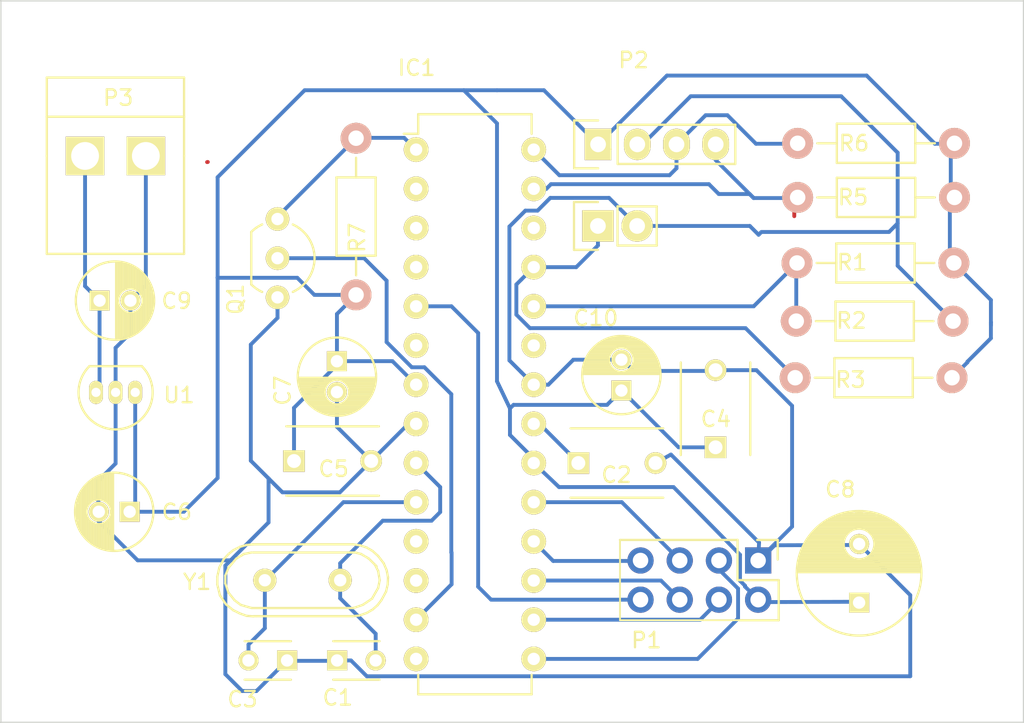
<source format=kicad_pcb>
(kicad_pcb (version 4) (host pcbnew 4.0.2+dfsg1-stable)

  (general
    (links 57)
    (no_connects 0)
    (area 115.289999 77.549999 181.660001 124.440001)
    (thickness 1.6)
    (drawings 5)
    (tracks 320)
    (zones 0)
    (modules 24)
    (nets 19)
  )

  (page A4)
  (layers
    (0 F.Cu signal)
    (31 B.Cu signal)
    (32 B.Adhes user)
    (33 F.Adhes user)
    (34 B.Paste user)
    (35 F.Paste user)
    (36 B.SilkS user)
    (37 F.SilkS user)
    (38 B.Mask user)
    (39 F.Mask user)
    (40 Dwgs.User user)
    (41 Cmts.User user)
    (42 Eco1.User user)
    (43 Eco2.User user)
    (44 Edge.Cuts user)
    (45 Margin user)
    (46 B.CrtYd user)
    (47 F.CrtYd user)
    (48 B.Fab user)
    (49 F.Fab user)
  )

  (setup
    (last_trace_width 0.25)
    (trace_clearance 0.2)
    (zone_clearance 0.508)
    (zone_45_only no)
    (trace_min 0.2)
    (segment_width 0.2)
    (edge_width 0.1)
    (via_size 0.6)
    (via_drill 0.4)
    (via_min_size 0.4)
    (via_min_drill 0.3)
    (uvia_size 0.3)
    (uvia_drill 0.1)
    (uvias_allowed no)
    (uvia_min_size 0.2)
    (uvia_min_drill 0.1)
    (pcb_text_width 0.3)
    (pcb_text_size 1.5 1.5)
    (mod_edge_width 0.15)
    (mod_text_size 1 1)
    (mod_text_width 0.15)
    (pad_size 1.5 1.5)
    (pad_drill 0.6)
    (pad_to_mask_clearance 0)
    (aux_axis_origin 0 0)
    (visible_elements FFFFFF7F)
    (pcbplotparams
      (layerselection 0x00030_80000001)
      (usegerberextensions false)
      (excludeedgelayer true)
      (linewidth 0.100000)
      (plotframeref false)
      (viasonmask false)
      (mode 1)
      (useauxorigin false)
      (hpglpennumber 1)
      (hpglpenspeed 20)
      (hpglpendiameter 15)
      (hpglpenoverlay 2)
      (psnegative false)
      (psa4output false)
      (plotreference true)
      (plotvalue true)
      (plotinvisibletext false)
      (padsonsilk false)
      (subtractmaskfromsilk false)
      (outputformat 1)
      (mirror false)
      (drillshape 1)
      (scaleselection 1)
      (outputdirectory ""))
  )

  (net 0 "")
  (net 1 GND)
  (net 2 "Net-(C1-Pad2)")
  (net 3 "Net-(C2-Pad1)")
  (net 4 "Net-(C3-Pad2)")
  (net 5 +3V3)
  (net 6 "Net-(C9-Pad1)")
  (net 7 RESET)
  (net 8 INT1)
  (net 9 PD7)
  (net 10 CE)
  (net 11 CSN)
  (net 12 MOSI)
  (net 13 MISO)
  (net 14 SCK)
  (net 15 PC1)
  (net 16 PC2)
  (net 17 SDA)
  (net 18 SCL)

  (net_class Default "This is the default net class."
    (clearance 0.2)
    (trace_width 0.25)
    (via_dia 0.6)
    (via_drill 0.4)
    (uvia_dia 0.3)
    (uvia_drill 0.1)
    (add_net +3V3)
    (add_net CE)
    (add_net CSN)
    (add_net GND)
    (add_net INT1)
    (add_net MISO)
    (add_net MOSI)
    (add_net "Net-(C1-Pad2)")
    (add_net "Net-(C2-Pad1)")
    (add_net "Net-(C3-Pad2)")
    (add_net "Net-(C9-Pad1)")
    (add_net PC1)
    (add_net PC2)
    (add_net PD7)
    (add_net RESET)
    (add_net SCK)
    (add_net SCL)
    (add_net SDA)
  )

  (module TO_SOT_Packages_THT:TO-92_Inline_Narrow_Oval placed (layer F.Cu) (tedit 5A784503) (tstamp 5A74BCDF)
    (at 124.05 102.99 180)
    (descr "TO-92 leads in-line, narrow, oval pads, drill 0.6mm (see NXP sot054_po.pdf)")
    (tags "to-92 sc-43 sc-43a sot54 PA33 transistor")
    (path /5A4FEC87)
    (fp_text reference U1 (at -2.84 -0.18 180) (layer F.SilkS)
      (effects (font (size 1 1) (thickness 0.15)))
    )
    (fp_text value HT7333 (at 4.94 -0.46 270) (layer F.Fab)
      (effects (font (size 1 1) (thickness 0.15)))
    )
    (fp_line (start -1.4 1.95) (end -1.4 -2.65) (layer F.CrtYd) (width 0.05))
    (fp_line (start -1.4 1.95) (end 3.95 1.95) (layer F.CrtYd) (width 0.05))
    (fp_line (start -0.43 1.7) (end 2.97 1.7) (layer F.SilkS) (width 0.15))
    (fp_arc (start 1.27 0) (end 1.27 -2.4) (angle -135) (layer F.SilkS) (width 0.15))
    (fp_arc (start 1.27 0) (end 1.27 -2.4) (angle 135) (layer F.SilkS) (width 0.15))
    (fp_line (start -1.4 -2.65) (end 3.95 -2.65) (layer F.CrtYd) (width 0.05))
    (fp_line (start 3.95 1.95) (end 3.95 -2.65) (layer F.CrtYd) (width 0.05))
    (pad 2 thru_hole oval (at 1.27 0) (size 0.89916 1.50114) (drill 0.6) (layers *.Cu *.Mask F.SilkS)
      (net 1 GND))
    (pad 3 thru_hole oval (at 2.54 0) (size 0.89916 1.50114) (drill 0.6) (layers *.Cu *.Mask F.SilkS)
      (net 6 "Net-(C9-Pad1)"))
    (pad 1 thru_hole oval (at 0 0) (size 0.89916 1.50114) (drill 0.6) (layers *.Cu *.Mask F.SilkS)
      (net 5 +3V3))
    (model TO_SOT_Packages_THT.3dshapes/TO-92_Inline_Narrow_Oval.wrl
      (at (xyz 0.05 0 0))
      (scale (xyz 1 1 1))
      (rotate (xyz 0 0 -90))
    )
  )

  (module Capacitors_ThroughHole:C_Disc_D3_P2.5 placed (layer F.Cu) (tedit 5A7846A1) (tstamp 5A74BAE4)
    (at 137.13 120.37)
    (descr "Capacitor 3mm Disc, Pitch 2.5mm")
    (tags Capacitor)
    (path /5A4F6FEC)
    (fp_text reference C1 (at 0.04 2.41) (layer F.SilkS)
      (effects (font (size 1 1) (thickness 0.15)))
    )
    (fp_text value 22n (at 2.54 2.41) (layer F.Fab)
      (effects (font (size 1 1) (thickness 0.15)))
    )
    (fp_line (start -0.9 -1.5) (end 3.4 -1.5) (layer F.CrtYd) (width 0.05))
    (fp_line (start 3.4 -1.5) (end 3.4 1.5) (layer F.CrtYd) (width 0.05))
    (fp_line (start 3.4 1.5) (end -0.9 1.5) (layer F.CrtYd) (width 0.05))
    (fp_line (start -0.9 1.5) (end -0.9 -1.5) (layer F.CrtYd) (width 0.05))
    (fp_line (start -0.25 -1.25) (end 2.75 -1.25) (layer F.SilkS) (width 0.15))
    (fp_line (start 2.75 1.25) (end -0.25 1.25) (layer F.SilkS) (width 0.15))
    (pad 1 thru_hole rect (at 0 0) (size 1.3 1.3) (drill 0.8) (layers *.Cu *.Mask F.SilkS)
      (net 1 GND))
    (pad 2 thru_hole circle (at 2.5 0) (size 1.3 1.3) (drill 0.8001) (layers *.Cu *.Mask F.SilkS)
      (net 2 "Net-(C1-Pad2)"))
    (model Capacitors_ThroughHole.3dshapes/C_Disc_D3_P2.5.wrl
      (at (xyz 0.0492126 0 0))
      (scale (xyz 1 1 1))
      (rotate (xyz 0 0 0))
    )
  )

  (module Capacitors_ThroughHole:C_Disc_D6_P5 placed (layer F.Cu) (tedit 5A784645) (tstamp 5A74BAF0)
    (at 152.76 107.57)
    (descr "Capacitor 6mm Disc, Pitch 5mm")
    (tags Capacitor)
    (path /5A4F7363)
    (fp_text reference C2 (at 2.47 0.77) (layer F.SilkS)
      (effects (font (size 1 1) (thickness 0.15)))
    )
    (fp_text value 100n (at 2.8 -1.46) (layer F.Fab)
      (effects (font (size 1 1) (thickness 0.15)))
    )
    (fp_line (start -0.95 -2.5) (end 5.95 -2.5) (layer F.CrtYd) (width 0.05))
    (fp_line (start 5.95 -2.5) (end 5.95 2.5) (layer F.CrtYd) (width 0.05))
    (fp_line (start 5.95 2.5) (end -0.95 2.5) (layer F.CrtYd) (width 0.05))
    (fp_line (start -0.95 2.5) (end -0.95 -2.5) (layer F.CrtYd) (width 0.05))
    (fp_line (start -0.5 -2.25) (end 5.5 -2.25) (layer F.SilkS) (width 0.15))
    (fp_line (start 5.5 2.25) (end -0.5 2.25) (layer F.SilkS) (width 0.15))
    (pad 1 thru_hole rect (at 0 0) (size 1.4 1.4) (drill 0.9) (layers *.Cu *.Mask F.SilkS)
      (net 3 "Net-(C2-Pad1)"))
    (pad 2 thru_hole circle (at 5 0) (size 1.4 1.4) (drill 0.9) (layers *.Cu *.Mask F.SilkS)
      (net 1 GND))
    (model Capacitors_ThroughHole.3dshapes/C_Disc_D6_P5.wrl
      (at (xyz 0.0984252 0 0))
      (scale (xyz 1 1 1))
      (rotate (xyz 0 0 0))
    )
  )

  (module Capacitors_ThroughHole:C_Disc_D3_P2.5 placed (layer F.Cu) (tedit 5A784690) (tstamp 5A74BAFC)
    (at 133.89 120.37 180)
    (descr "Capacitor 3mm Disc, Pitch 2.5mm")
    (tags Capacitor)
    (path /5A4F6F9F)
    (fp_text reference C3 (at 2.89 -2.52 180) (layer F.SilkS)
      (effects (font (size 1 1) (thickness 0.15)))
    )
    (fp_text value 22n (at 0.33 -2.52 180) (layer F.Fab)
      (effects (font (size 1 1) (thickness 0.15)))
    )
    (fp_line (start -0.9 -1.5) (end 3.4 -1.5) (layer F.CrtYd) (width 0.05))
    (fp_line (start 3.4 -1.5) (end 3.4 1.5) (layer F.CrtYd) (width 0.05))
    (fp_line (start 3.4 1.5) (end -0.9 1.5) (layer F.CrtYd) (width 0.05))
    (fp_line (start -0.9 1.5) (end -0.9 -1.5) (layer F.CrtYd) (width 0.05))
    (fp_line (start -0.25 -1.25) (end 2.75 -1.25) (layer F.SilkS) (width 0.15))
    (fp_line (start 2.75 1.25) (end -0.25 1.25) (layer F.SilkS) (width 0.15))
    (pad 1 thru_hole rect (at 0 0 180) (size 1.3 1.3) (drill 0.8) (layers *.Cu *.Mask F.SilkS)
      (net 1 GND))
    (pad 2 thru_hole circle (at 2.5 0 180) (size 1.3 1.3) (drill 0.8001) (layers *.Cu *.Mask F.SilkS)
      (net 4 "Net-(C3-Pad2)"))
    (model Capacitors_ThroughHole.3dshapes/C_Disc_D3_P2.5.wrl
      (at (xyz 0.0492126 0 0))
      (scale (xyz 1 1 1))
      (rotate (xyz 0 0 0))
    )
  )

  (module Capacitors_ThroughHole:C_Disc_D6_P5 placed (layer F.Cu) (tedit 5A784637) (tstamp 5A74BB08)
    (at 161.65 106.55 90)
    (descr "Capacitor 6mm Disc, Pitch 5mm")
    (tags Capacitor)
    (path /5A4F744F)
    (fp_text reference C4 (at 1.83 0.02 180) (layer F.SilkS)
      (effects (font (size 1 1) (thickness 0.15)))
    )
    (fp_text value 100n (at 3.33 0.19 180) (layer F.Fab)
      (effects (font (size 1 1) (thickness 0.15)))
    )
    (fp_line (start -0.95 -2.5) (end 5.95 -2.5) (layer F.CrtYd) (width 0.05))
    (fp_line (start 5.95 -2.5) (end 5.95 2.5) (layer F.CrtYd) (width 0.05))
    (fp_line (start 5.95 2.5) (end -0.95 2.5) (layer F.CrtYd) (width 0.05))
    (fp_line (start -0.95 2.5) (end -0.95 -2.5) (layer F.CrtYd) (width 0.05))
    (fp_line (start -0.5 -2.25) (end 5.5 -2.25) (layer F.SilkS) (width 0.15))
    (fp_line (start 5.5 2.25) (end -0.5 2.25) (layer F.SilkS) (width 0.15))
    (pad 1 thru_hole rect (at 0 0 90) (size 1.4 1.4) (drill 0.9) (layers *.Cu *.Mask F.SilkS)
      (net 5 +3V3))
    (pad 2 thru_hole circle (at 5 0 90) (size 1.4 1.4) (drill 0.9) (layers *.Cu *.Mask F.SilkS)
      (net 1 GND))
    (model Capacitors_ThroughHole.3dshapes/C_Disc_D6_P5.wrl
      (at (xyz 0.0984252 0 0))
      (scale (xyz 1 1 1))
      (rotate (xyz 0 0 0))
    )
  )

  (module Capacitors_ThroughHole:C_Disc_D6_P5 placed (layer F.Cu) (tedit 5A784715) (tstamp 5A74BB14)
    (at 134.34 107.44)
    (descr "Capacitor 6mm Disc, Pitch 5mm")
    (tags Capacitor)
    (path /5A4F753A)
    (fp_text reference C5 (at 2.566 0.51) (layer F.SilkS)
      (effects (font (size 1 1) (thickness 0.15)))
    )
    (fp_text value 100n (at 2.82 -1.268) (layer F.Fab)
      (effects (font (size 1 1) (thickness 0.15)))
    )
    (fp_line (start -0.95 -2.5) (end 5.95 -2.5) (layer F.CrtYd) (width 0.05))
    (fp_line (start 5.95 -2.5) (end 5.95 2.5) (layer F.CrtYd) (width 0.05))
    (fp_line (start 5.95 2.5) (end -0.95 2.5) (layer F.CrtYd) (width 0.05))
    (fp_line (start -0.95 2.5) (end -0.95 -2.5) (layer F.CrtYd) (width 0.05))
    (fp_line (start -0.5 -2.25) (end 5.5 -2.25) (layer F.SilkS) (width 0.15))
    (fp_line (start 5.5 2.25) (end -0.5 2.25) (layer F.SilkS) (width 0.15))
    (pad 1 thru_hole rect (at 0 0) (size 1.4 1.4) (drill 0.9) (layers *.Cu *.Mask F.SilkS)
      (net 5 +3V3))
    (pad 2 thru_hole circle (at 5 0) (size 1.4 1.4) (drill 0.9) (layers *.Cu *.Mask F.SilkS)
      (net 1 GND))
    (model Capacitors_ThroughHole.3dshapes/C_Disc_D6_P5.wrl
      (at (xyz 0.0984252 0 0))
      (scale (xyz 1 1 1))
      (rotate (xyz 0 0 0))
    )
  )

  (module Capacitors_ThroughHole:C_Radial_D5_L11_P2 placed (layer F.Cu) (tedit 5A7846FB) (tstamp 5A74BB3B)
    (at 123.69 110.73 180)
    (descr "Radial Electrolytic Capacitor 5mm x Length 11mm, Pitch 2mm")
    (tags "Electrolytic Capacitor")
    (path /5A4F749C)
    (fp_text reference C6 (at -3.056 -0.014 180) (layer F.SilkS)
      (effects (font (size 1 1) (thickness 0.15)))
    )
    (fp_text value 10u (at 4.63 -0.05 270) (layer F.Fab)
      (effects (font (size 1 1) (thickness 0.15)))
    )
    (fp_line (start 1.075 -2.499) (end 1.075 2.499) (layer F.SilkS) (width 0.15))
    (fp_line (start 1.215 -2.491) (end 1.215 -0.154) (layer F.SilkS) (width 0.15))
    (fp_line (start 1.215 0.154) (end 1.215 2.491) (layer F.SilkS) (width 0.15))
    (fp_line (start 1.355 -2.475) (end 1.355 -0.473) (layer F.SilkS) (width 0.15))
    (fp_line (start 1.355 0.473) (end 1.355 2.475) (layer F.SilkS) (width 0.15))
    (fp_line (start 1.495 -2.451) (end 1.495 -0.62) (layer F.SilkS) (width 0.15))
    (fp_line (start 1.495 0.62) (end 1.495 2.451) (layer F.SilkS) (width 0.15))
    (fp_line (start 1.635 -2.418) (end 1.635 -0.712) (layer F.SilkS) (width 0.15))
    (fp_line (start 1.635 0.712) (end 1.635 2.418) (layer F.SilkS) (width 0.15))
    (fp_line (start 1.775 -2.377) (end 1.775 -0.768) (layer F.SilkS) (width 0.15))
    (fp_line (start 1.775 0.768) (end 1.775 2.377) (layer F.SilkS) (width 0.15))
    (fp_line (start 1.915 -2.327) (end 1.915 -0.795) (layer F.SilkS) (width 0.15))
    (fp_line (start 1.915 0.795) (end 1.915 2.327) (layer F.SilkS) (width 0.15))
    (fp_line (start 2.055 -2.266) (end 2.055 -0.798) (layer F.SilkS) (width 0.15))
    (fp_line (start 2.055 0.798) (end 2.055 2.266) (layer F.SilkS) (width 0.15))
    (fp_line (start 2.195 -2.196) (end 2.195 -0.776) (layer F.SilkS) (width 0.15))
    (fp_line (start 2.195 0.776) (end 2.195 2.196) (layer F.SilkS) (width 0.15))
    (fp_line (start 2.335 -2.114) (end 2.335 -0.726) (layer F.SilkS) (width 0.15))
    (fp_line (start 2.335 0.726) (end 2.335 2.114) (layer F.SilkS) (width 0.15))
    (fp_line (start 2.475 -2.019) (end 2.475 -0.644) (layer F.SilkS) (width 0.15))
    (fp_line (start 2.475 0.644) (end 2.475 2.019) (layer F.SilkS) (width 0.15))
    (fp_line (start 2.615 -1.908) (end 2.615 -0.512) (layer F.SilkS) (width 0.15))
    (fp_line (start 2.615 0.512) (end 2.615 1.908) (layer F.SilkS) (width 0.15))
    (fp_line (start 2.755 -1.78) (end 2.755 -0.265) (layer F.SilkS) (width 0.15))
    (fp_line (start 2.755 0.265) (end 2.755 1.78) (layer F.SilkS) (width 0.15))
    (fp_line (start 2.895 -1.631) (end 2.895 1.631) (layer F.SilkS) (width 0.15))
    (fp_line (start 3.035 -1.452) (end 3.035 1.452) (layer F.SilkS) (width 0.15))
    (fp_line (start 3.175 -1.233) (end 3.175 1.233) (layer F.SilkS) (width 0.15))
    (fp_line (start 3.315 -0.944) (end 3.315 0.944) (layer F.SilkS) (width 0.15))
    (fp_line (start 3.455 -0.472) (end 3.455 0.472) (layer F.SilkS) (width 0.15))
    (fp_circle (center 2 0) (end 2 -0.8) (layer F.SilkS) (width 0.15))
    (fp_circle (center 1 0) (end 1 -2.5375) (layer F.SilkS) (width 0.15))
    (fp_circle (center 1 0) (end 1 -2.8) (layer F.CrtYd) (width 0.05))
    (pad 1 thru_hole rect (at 0 0 180) (size 1.3 1.3) (drill 0.8) (layers *.Cu *.Mask F.SilkS)
      (net 5 +3V3))
    (pad 2 thru_hole circle (at 2 0 180) (size 1.3 1.3) (drill 0.8) (layers *.Cu *.Mask F.SilkS)
      (net 1 GND))
    (model Capacitors_ThroughHole.3dshapes/C_Radial_D5_L11_P2.wrl
      (at (xyz 0 0 0))
      (scale (xyz 1 1 1))
      (rotate (xyz 0 0 0))
    )
  )

  (module Capacitors_ThroughHole:C_Radial_D5_L11_P2 placed (layer F.Cu) (tedit 5A7846F4) (tstamp 5A74BB62)
    (at 137.12 100.97 270)
    (descr "Radial Electrolytic Capacitor 5mm x Length 11mm, Pitch 2mm")
    (tags "Electrolytic Capacitor")
    (path /5A4F74CD)
    (fp_text reference C7 (at 1.9 3.516 270) (layer F.SilkS)
      (effects (font (size 1 1) (thickness 0.15)))
    )
    (fp_text value 10u (at -0.64 3.516 270) (layer F.Fab)
      (effects (font (size 1 1) (thickness 0.15)))
    )
    (fp_line (start 1.075 -2.499) (end 1.075 2.499) (layer F.SilkS) (width 0.15))
    (fp_line (start 1.215 -2.491) (end 1.215 -0.154) (layer F.SilkS) (width 0.15))
    (fp_line (start 1.215 0.154) (end 1.215 2.491) (layer F.SilkS) (width 0.15))
    (fp_line (start 1.355 -2.475) (end 1.355 -0.473) (layer F.SilkS) (width 0.15))
    (fp_line (start 1.355 0.473) (end 1.355 2.475) (layer F.SilkS) (width 0.15))
    (fp_line (start 1.495 -2.451) (end 1.495 -0.62) (layer F.SilkS) (width 0.15))
    (fp_line (start 1.495 0.62) (end 1.495 2.451) (layer F.SilkS) (width 0.15))
    (fp_line (start 1.635 -2.418) (end 1.635 -0.712) (layer F.SilkS) (width 0.15))
    (fp_line (start 1.635 0.712) (end 1.635 2.418) (layer F.SilkS) (width 0.15))
    (fp_line (start 1.775 -2.377) (end 1.775 -0.768) (layer F.SilkS) (width 0.15))
    (fp_line (start 1.775 0.768) (end 1.775 2.377) (layer F.SilkS) (width 0.15))
    (fp_line (start 1.915 -2.327) (end 1.915 -0.795) (layer F.SilkS) (width 0.15))
    (fp_line (start 1.915 0.795) (end 1.915 2.327) (layer F.SilkS) (width 0.15))
    (fp_line (start 2.055 -2.266) (end 2.055 -0.798) (layer F.SilkS) (width 0.15))
    (fp_line (start 2.055 0.798) (end 2.055 2.266) (layer F.SilkS) (width 0.15))
    (fp_line (start 2.195 -2.196) (end 2.195 -0.776) (layer F.SilkS) (width 0.15))
    (fp_line (start 2.195 0.776) (end 2.195 2.196) (layer F.SilkS) (width 0.15))
    (fp_line (start 2.335 -2.114) (end 2.335 -0.726) (layer F.SilkS) (width 0.15))
    (fp_line (start 2.335 0.726) (end 2.335 2.114) (layer F.SilkS) (width 0.15))
    (fp_line (start 2.475 -2.019) (end 2.475 -0.644) (layer F.SilkS) (width 0.15))
    (fp_line (start 2.475 0.644) (end 2.475 2.019) (layer F.SilkS) (width 0.15))
    (fp_line (start 2.615 -1.908) (end 2.615 -0.512) (layer F.SilkS) (width 0.15))
    (fp_line (start 2.615 0.512) (end 2.615 1.908) (layer F.SilkS) (width 0.15))
    (fp_line (start 2.755 -1.78) (end 2.755 -0.265) (layer F.SilkS) (width 0.15))
    (fp_line (start 2.755 0.265) (end 2.755 1.78) (layer F.SilkS) (width 0.15))
    (fp_line (start 2.895 -1.631) (end 2.895 1.631) (layer F.SilkS) (width 0.15))
    (fp_line (start 3.035 -1.452) (end 3.035 1.452) (layer F.SilkS) (width 0.15))
    (fp_line (start 3.175 -1.233) (end 3.175 1.233) (layer F.SilkS) (width 0.15))
    (fp_line (start 3.315 -0.944) (end 3.315 0.944) (layer F.SilkS) (width 0.15))
    (fp_line (start 3.455 -0.472) (end 3.455 0.472) (layer F.SilkS) (width 0.15))
    (fp_circle (center 2 0) (end 2 -0.8) (layer F.SilkS) (width 0.15))
    (fp_circle (center 1 0) (end 1 -2.5375) (layer F.SilkS) (width 0.15))
    (fp_circle (center 1 0) (end 1 -2.8) (layer F.CrtYd) (width 0.05))
    (pad 1 thru_hole rect (at 0 0 270) (size 1.3 1.3) (drill 0.8) (layers *.Cu *.Mask F.SilkS)
      (net 5 +3V3))
    (pad 2 thru_hole circle (at 2 0 270) (size 1.3 1.3) (drill 0.8) (layers *.Cu *.Mask F.SilkS)
      (net 1 GND))
    (model Capacitors_ThroughHole.3dshapes/C_Radial_D5_L11_P2.wrl
      (at (xyz 0 0 0))
      (scale (xyz 1 1 1))
      (rotate (xyz 0 0 0))
    )
  )

  (module Capacitors_ThroughHole:C_Radial_D8_L13_P3.8 placed (layer F.Cu) (tedit 5A784659) (tstamp 5A74BB97)
    (at 170.95 116.62 90)
    (descr "Radial Electrolytic Capacitor Diameter 8mm x Length 13mm, Pitch 3.8mm")
    (tags "Electrolytic Capacitor")
    (path /5A4F9535)
    (fp_text reference C8 (at 7.34 -1.22 180) (layer F.SilkS)
      (effects (font (size 1 1) (thickness 0.15)))
    )
    (fp_text value 470u (at 7.23 1.83 180) (layer F.Fab)
      (effects (font (size 1 1) (thickness 0.15)))
    )
    (fp_line (start 1.975 -3.999) (end 1.975 3.999) (layer F.SilkS) (width 0.15))
    (fp_line (start 2.115 -3.994) (end 2.115 3.994) (layer F.SilkS) (width 0.15))
    (fp_line (start 2.255 -3.984) (end 2.255 3.984) (layer F.SilkS) (width 0.15))
    (fp_line (start 2.395 -3.969) (end 2.395 3.969) (layer F.SilkS) (width 0.15))
    (fp_line (start 2.535 -3.949) (end 2.535 3.949) (layer F.SilkS) (width 0.15))
    (fp_line (start 2.675 -3.924) (end 2.675 3.924) (layer F.SilkS) (width 0.15))
    (fp_line (start 2.815 -3.894) (end 2.815 -0.173) (layer F.SilkS) (width 0.15))
    (fp_line (start 2.815 0.173) (end 2.815 3.894) (layer F.SilkS) (width 0.15))
    (fp_line (start 2.955 -3.858) (end 2.955 -0.535) (layer F.SilkS) (width 0.15))
    (fp_line (start 2.955 0.535) (end 2.955 3.858) (layer F.SilkS) (width 0.15))
    (fp_line (start 3.095 -3.817) (end 3.095 -0.709) (layer F.SilkS) (width 0.15))
    (fp_line (start 3.095 0.709) (end 3.095 3.817) (layer F.SilkS) (width 0.15))
    (fp_line (start 3.235 -3.771) (end 3.235 -0.825) (layer F.SilkS) (width 0.15))
    (fp_line (start 3.235 0.825) (end 3.235 3.771) (layer F.SilkS) (width 0.15))
    (fp_line (start 3.375 -3.718) (end 3.375 -0.905) (layer F.SilkS) (width 0.15))
    (fp_line (start 3.375 0.905) (end 3.375 3.718) (layer F.SilkS) (width 0.15))
    (fp_line (start 3.515 -3.659) (end 3.515 -0.959) (layer F.SilkS) (width 0.15))
    (fp_line (start 3.515 0.959) (end 3.515 3.659) (layer F.SilkS) (width 0.15))
    (fp_line (start 3.655 -3.594) (end 3.655 -0.989) (layer F.SilkS) (width 0.15))
    (fp_line (start 3.655 0.989) (end 3.655 3.594) (layer F.SilkS) (width 0.15))
    (fp_line (start 3.795 -3.523) (end 3.795 -1) (layer F.SilkS) (width 0.15))
    (fp_line (start 3.795 1) (end 3.795 3.523) (layer F.SilkS) (width 0.15))
    (fp_line (start 3.935 -3.444) (end 3.935 -0.991) (layer F.SilkS) (width 0.15))
    (fp_line (start 3.935 0.991) (end 3.935 3.444) (layer F.SilkS) (width 0.15))
    (fp_line (start 4.075 -3.357) (end 4.075 -0.961) (layer F.SilkS) (width 0.15))
    (fp_line (start 4.075 0.961) (end 4.075 3.357) (layer F.SilkS) (width 0.15))
    (fp_line (start 4.215 -3.262) (end 4.215 -0.91) (layer F.SilkS) (width 0.15))
    (fp_line (start 4.215 0.91) (end 4.215 3.262) (layer F.SilkS) (width 0.15))
    (fp_line (start 4.355 -3.158) (end 4.355 -0.832) (layer F.SilkS) (width 0.15))
    (fp_line (start 4.355 0.832) (end 4.355 3.158) (layer F.SilkS) (width 0.15))
    (fp_line (start 4.495 -3.044) (end 4.495 -0.719) (layer F.SilkS) (width 0.15))
    (fp_line (start 4.495 0.719) (end 4.495 3.044) (layer F.SilkS) (width 0.15))
    (fp_line (start 4.635 -2.919) (end 4.635 -0.55) (layer F.SilkS) (width 0.15))
    (fp_line (start 4.635 0.55) (end 4.635 2.919) (layer F.SilkS) (width 0.15))
    (fp_line (start 4.775 -2.781) (end 4.775 -0.222) (layer F.SilkS) (width 0.15))
    (fp_line (start 4.775 0.222) (end 4.775 2.781) (layer F.SilkS) (width 0.15))
    (fp_line (start 4.915 -2.629) (end 4.915 2.629) (layer F.SilkS) (width 0.15))
    (fp_line (start 5.055 -2.459) (end 5.055 2.459) (layer F.SilkS) (width 0.15))
    (fp_line (start 5.195 -2.268) (end 5.195 2.268) (layer F.SilkS) (width 0.15))
    (fp_line (start 5.335 -2.05) (end 5.335 2.05) (layer F.SilkS) (width 0.15))
    (fp_line (start 5.475 -1.794) (end 5.475 1.794) (layer F.SilkS) (width 0.15))
    (fp_line (start 5.615 -1.483) (end 5.615 1.483) (layer F.SilkS) (width 0.15))
    (fp_line (start 5.755 -1.067) (end 5.755 1.067) (layer F.SilkS) (width 0.15))
    (fp_line (start 5.895 -0.2) (end 5.895 0.2) (layer F.SilkS) (width 0.15))
    (fp_circle (center 3.8 0) (end 3.8 -1) (layer F.SilkS) (width 0.15))
    (fp_circle (center 1.9 0) (end 1.9 -4.0375) (layer F.SilkS) (width 0.15))
    (fp_circle (center 1.9 0) (end 1.9 -4.3) (layer F.CrtYd) (width 0.05))
    (pad 1 thru_hole rect (at 0 0 90) (size 1.3 1.3) (drill 0.8) (layers *.Cu *.Mask F.SilkS)
      (net 5 +3V3))
    (pad 2 thru_hole circle (at 3.8 0 90) (size 1.3 1.3) (drill 0.8) (layers *.Cu *.Mask F.SilkS)
      (net 1 GND))
    (model Capacitors_ThroughHole.3dshapes/C_Radial_D8_L13_P3.8.wrl
      (at (xyz 0.0748031 0 0))
      (scale (xyz 1 1 1))
      (rotate (xyz 0 0 90))
    )
  )

  (module Capacitors_ThroughHole:C_Radial_D5_L11_P2 placed (layer F.Cu) (tedit 5A784515) (tstamp 5A74BBBE)
    (at 121.74 97.04)
    (descr "Radial Electrolytic Capacitor 5mm x Length 11mm, Pitch 2mm")
    (tags "Electrolytic Capacitor")
    (path /5A74B5E4)
    (fp_text reference C9 (at 4.99 0.02) (layer F.SilkS)
      (effects (font (size 1 1) (thickness 0.15)))
    )
    (fp_text value 10u (at -2.74 -0.04 90) (layer F.Fab)
      (effects (font (size 1 1) (thickness 0.15)))
    )
    (fp_line (start 1.075 -2.499) (end 1.075 2.499) (layer F.SilkS) (width 0.15))
    (fp_line (start 1.215 -2.491) (end 1.215 -0.154) (layer F.SilkS) (width 0.15))
    (fp_line (start 1.215 0.154) (end 1.215 2.491) (layer F.SilkS) (width 0.15))
    (fp_line (start 1.355 -2.475) (end 1.355 -0.473) (layer F.SilkS) (width 0.15))
    (fp_line (start 1.355 0.473) (end 1.355 2.475) (layer F.SilkS) (width 0.15))
    (fp_line (start 1.495 -2.451) (end 1.495 -0.62) (layer F.SilkS) (width 0.15))
    (fp_line (start 1.495 0.62) (end 1.495 2.451) (layer F.SilkS) (width 0.15))
    (fp_line (start 1.635 -2.418) (end 1.635 -0.712) (layer F.SilkS) (width 0.15))
    (fp_line (start 1.635 0.712) (end 1.635 2.418) (layer F.SilkS) (width 0.15))
    (fp_line (start 1.775 -2.377) (end 1.775 -0.768) (layer F.SilkS) (width 0.15))
    (fp_line (start 1.775 0.768) (end 1.775 2.377) (layer F.SilkS) (width 0.15))
    (fp_line (start 1.915 -2.327) (end 1.915 -0.795) (layer F.SilkS) (width 0.15))
    (fp_line (start 1.915 0.795) (end 1.915 2.327) (layer F.SilkS) (width 0.15))
    (fp_line (start 2.055 -2.266) (end 2.055 -0.798) (layer F.SilkS) (width 0.15))
    (fp_line (start 2.055 0.798) (end 2.055 2.266) (layer F.SilkS) (width 0.15))
    (fp_line (start 2.195 -2.196) (end 2.195 -0.776) (layer F.SilkS) (width 0.15))
    (fp_line (start 2.195 0.776) (end 2.195 2.196) (layer F.SilkS) (width 0.15))
    (fp_line (start 2.335 -2.114) (end 2.335 -0.726) (layer F.SilkS) (width 0.15))
    (fp_line (start 2.335 0.726) (end 2.335 2.114) (layer F.SilkS) (width 0.15))
    (fp_line (start 2.475 -2.019) (end 2.475 -0.644) (layer F.SilkS) (width 0.15))
    (fp_line (start 2.475 0.644) (end 2.475 2.019) (layer F.SilkS) (width 0.15))
    (fp_line (start 2.615 -1.908) (end 2.615 -0.512) (layer F.SilkS) (width 0.15))
    (fp_line (start 2.615 0.512) (end 2.615 1.908) (layer F.SilkS) (width 0.15))
    (fp_line (start 2.755 -1.78) (end 2.755 -0.265) (layer F.SilkS) (width 0.15))
    (fp_line (start 2.755 0.265) (end 2.755 1.78) (layer F.SilkS) (width 0.15))
    (fp_line (start 2.895 -1.631) (end 2.895 1.631) (layer F.SilkS) (width 0.15))
    (fp_line (start 3.035 -1.452) (end 3.035 1.452) (layer F.SilkS) (width 0.15))
    (fp_line (start 3.175 -1.233) (end 3.175 1.233) (layer F.SilkS) (width 0.15))
    (fp_line (start 3.315 -0.944) (end 3.315 0.944) (layer F.SilkS) (width 0.15))
    (fp_line (start 3.455 -0.472) (end 3.455 0.472) (layer F.SilkS) (width 0.15))
    (fp_circle (center 2 0) (end 2 -0.8) (layer F.SilkS) (width 0.15))
    (fp_circle (center 1 0) (end 1 -2.5375) (layer F.SilkS) (width 0.15))
    (fp_circle (center 1 0) (end 1 -2.8) (layer F.CrtYd) (width 0.05))
    (pad 1 thru_hole rect (at 0 0) (size 1.3 1.3) (drill 0.8) (layers *.Cu *.Mask F.SilkS)
      (net 6 "Net-(C9-Pad1)"))
    (pad 2 thru_hole circle (at 2 0) (size 1.3 1.3) (drill 0.8) (layers *.Cu *.Mask F.SilkS)
      (net 1 GND))
    (model Capacitors_ThroughHole.3dshapes/C_Radial_D5_L11_P2.wrl
      (at (xyz 0 0 0))
      (scale (xyz 1 1 1))
      (rotate (xyz 0 0 0))
    )
  )

  (module Capacitors_ThroughHole:C_Radial_D5_L11_P2 placed (layer F.Cu) (tedit 5A784624) (tstamp 5A74BBE5)
    (at 155.55 102.87 90)
    (descr "Radial Electrolytic Capacitor 5mm x Length 11mm, Pitch 2mm")
    (tags "Electrolytic Capacitor")
    (path /5A74BCC2)
    (fp_text reference C10 (at 4.7 -1.66 180) (layer F.SilkS)
      (effects (font (size 1 1) (thickness 0.15)))
    )
    (fp_text value 10u (at 4.81 1.4 180) (layer F.Fab)
      (effects (font (size 1 1) (thickness 0.15)))
    )
    (fp_line (start 1.075 -2.499) (end 1.075 2.499) (layer F.SilkS) (width 0.15))
    (fp_line (start 1.215 -2.491) (end 1.215 -0.154) (layer F.SilkS) (width 0.15))
    (fp_line (start 1.215 0.154) (end 1.215 2.491) (layer F.SilkS) (width 0.15))
    (fp_line (start 1.355 -2.475) (end 1.355 -0.473) (layer F.SilkS) (width 0.15))
    (fp_line (start 1.355 0.473) (end 1.355 2.475) (layer F.SilkS) (width 0.15))
    (fp_line (start 1.495 -2.451) (end 1.495 -0.62) (layer F.SilkS) (width 0.15))
    (fp_line (start 1.495 0.62) (end 1.495 2.451) (layer F.SilkS) (width 0.15))
    (fp_line (start 1.635 -2.418) (end 1.635 -0.712) (layer F.SilkS) (width 0.15))
    (fp_line (start 1.635 0.712) (end 1.635 2.418) (layer F.SilkS) (width 0.15))
    (fp_line (start 1.775 -2.377) (end 1.775 -0.768) (layer F.SilkS) (width 0.15))
    (fp_line (start 1.775 0.768) (end 1.775 2.377) (layer F.SilkS) (width 0.15))
    (fp_line (start 1.915 -2.327) (end 1.915 -0.795) (layer F.SilkS) (width 0.15))
    (fp_line (start 1.915 0.795) (end 1.915 2.327) (layer F.SilkS) (width 0.15))
    (fp_line (start 2.055 -2.266) (end 2.055 -0.798) (layer F.SilkS) (width 0.15))
    (fp_line (start 2.055 0.798) (end 2.055 2.266) (layer F.SilkS) (width 0.15))
    (fp_line (start 2.195 -2.196) (end 2.195 -0.776) (layer F.SilkS) (width 0.15))
    (fp_line (start 2.195 0.776) (end 2.195 2.196) (layer F.SilkS) (width 0.15))
    (fp_line (start 2.335 -2.114) (end 2.335 -0.726) (layer F.SilkS) (width 0.15))
    (fp_line (start 2.335 0.726) (end 2.335 2.114) (layer F.SilkS) (width 0.15))
    (fp_line (start 2.475 -2.019) (end 2.475 -0.644) (layer F.SilkS) (width 0.15))
    (fp_line (start 2.475 0.644) (end 2.475 2.019) (layer F.SilkS) (width 0.15))
    (fp_line (start 2.615 -1.908) (end 2.615 -0.512) (layer F.SilkS) (width 0.15))
    (fp_line (start 2.615 0.512) (end 2.615 1.908) (layer F.SilkS) (width 0.15))
    (fp_line (start 2.755 -1.78) (end 2.755 -0.265) (layer F.SilkS) (width 0.15))
    (fp_line (start 2.755 0.265) (end 2.755 1.78) (layer F.SilkS) (width 0.15))
    (fp_line (start 2.895 -1.631) (end 2.895 1.631) (layer F.SilkS) (width 0.15))
    (fp_line (start 3.035 -1.452) (end 3.035 1.452) (layer F.SilkS) (width 0.15))
    (fp_line (start 3.175 -1.233) (end 3.175 1.233) (layer F.SilkS) (width 0.15))
    (fp_line (start 3.315 -0.944) (end 3.315 0.944) (layer F.SilkS) (width 0.15))
    (fp_line (start 3.455 -0.472) (end 3.455 0.472) (layer F.SilkS) (width 0.15))
    (fp_circle (center 2 0) (end 2 -0.8) (layer F.SilkS) (width 0.15))
    (fp_circle (center 1 0) (end 1 -2.5375) (layer F.SilkS) (width 0.15))
    (fp_circle (center 1 0) (end 1 -2.8) (layer F.CrtYd) (width 0.05))
    (pad 1 thru_hole rect (at 0 0 90) (size 1.3 1.3) (drill 0.8) (layers *.Cu *.Mask F.SilkS)
      (net 5 +3V3))
    (pad 2 thru_hole circle (at 2 0 90) (size 1.3 1.3) (drill 0.8) (layers *.Cu *.Mask F.SilkS)
      (net 1 GND))
    (model Capacitors_ThroughHole.3dshapes/C_Radial_D5_L11_P2.wrl
      (at (xyz 0 0 0))
      (scale (xyz 1 1 1))
      (rotate (xyz 0 0 0))
    )
  )

  (module Housings_DIP:DIP-28_W7.62mm placed (layer F.Cu) (tedit 5A78455C) (tstamp 5A74BC10)
    (at 142.25 87.25)
    (descr "28-lead dip package, row spacing 7.62 mm (300 mils)")
    (tags "dil dip 2.54 300")
    (path /5A4F6E80)
    (fp_text reference IC1 (at 0.03 -5.3) (layer F.SilkS)
      (effects (font (size 1 1) (thickness 0.15)))
    )
    (fp_text value ATMEGA8-P (at 5.92 -5.3 180) (layer F.Fab)
      (effects (font (size 1 1) (thickness 0.15)))
    )
    (fp_line (start -1.05 -2.45) (end -1.05 35.5) (layer F.CrtYd) (width 0.05))
    (fp_line (start 8.65 -2.45) (end 8.65 35.5) (layer F.CrtYd) (width 0.05))
    (fp_line (start -1.05 -2.45) (end 8.65 -2.45) (layer F.CrtYd) (width 0.05))
    (fp_line (start -1.05 35.5) (end 8.65 35.5) (layer F.CrtYd) (width 0.05))
    (fp_line (start 0.135 -2.295) (end 0.135 -1.025) (layer F.SilkS) (width 0.15))
    (fp_line (start 7.485 -2.295) (end 7.485 -1.025) (layer F.SilkS) (width 0.15))
    (fp_line (start 7.485 35.315) (end 7.485 34.045) (layer F.SilkS) (width 0.15))
    (fp_line (start 0.135 35.315) (end 0.135 34.045) (layer F.SilkS) (width 0.15))
    (fp_line (start 0.135 -2.295) (end 7.485 -2.295) (layer F.SilkS) (width 0.15))
    (fp_line (start 0.135 35.315) (end 7.485 35.315) (layer F.SilkS) (width 0.15))
    (fp_line (start 0.135 -1.025) (end -0.8 -1.025) (layer F.SilkS) (width 0.15))
    (pad 1 thru_hole oval (at 0 0) (size 1.6 1.6) (drill 0.8) (layers *.Cu *.Mask F.SilkS)
      (net 7 RESET))
    (pad 2 thru_hole oval (at 0 2.54) (size 1.6 1.6) (drill 0.8) (layers *.Cu *.Mask F.SilkS))
    (pad 3 thru_hole oval (at 0 5.08) (size 1.6 1.6) (drill 0.8) (layers *.Cu *.Mask F.SilkS))
    (pad 4 thru_hole oval (at 0 7.62) (size 1.6 1.6) (drill 0.8) (layers *.Cu *.Mask F.SilkS))
    (pad 5 thru_hole oval (at 0 10.16) (size 1.6 1.6) (drill 0.8) (layers *.Cu *.Mask F.SilkS)
      (net 8 INT1))
    (pad 6 thru_hole oval (at 0 12.7) (size 1.6 1.6) (drill 0.8) (layers *.Cu *.Mask F.SilkS))
    (pad 7 thru_hole oval (at 0 15.24) (size 1.6 1.6) (drill 0.8) (layers *.Cu *.Mask F.SilkS)
      (net 5 +3V3))
    (pad 8 thru_hole oval (at 0 17.78) (size 1.6 1.6) (drill 0.8) (layers *.Cu *.Mask F.SilkS)
      (net 1 GND))
    (pad 9 thru_hole oval (at 0 20.32) (size 1.6 1.6) (drill 0.8) (layers *.Cu *.Mask F.SilkS)
      (net 2 "Net-(C1-Pad2)"))
    (pad 10 thru_hole oval (at 0 22.86) (size 1.6 1.6) (drill 0.8) (layers *.Cu *.Mask F.SilkS)
      (net 4 "Net-(C3-Pad2)"))
    (pad 11 thru_hole oval (at 0 25.4) (size 1.6 1.6) (drill 0.8) (layers *.Cu *.Mask F.SilkS))
    (pad 12 thru_hole oval (at 0 27.94) (size 1.6 1.6) (drill 0.8) (layers *.Cu *.Mask F.SilkS))
    (pad 13 thru_hole oval (at 0 30.48) (size 1.6 1.6) (drill 0.8) (layers *.Cu *.Mask F.SilkS)
      (net 9 PD7))
    (pad 14 thru_hole oval (at 0 33.02) (size 1.6 1.6) (drill 0.8) (layers *.Cu *.Mask F.SilkS))
    (pad 15 thru_hole oval (at 7.62 33.02) (size 1.6 1.6) (drill 0.8) (layers *.Cu *.Mask F.SilkS)
      (net 10 CE))
    (pad 16 thru_hole oval (at 7.62 30.48) (size 1.6 1.6) (drill 0.8) (layers *.Cu *.Mask F.SilkS)
      (net 11 CSN))
    (pad 17 thru_hole oval (at 7.62 27.94) (size 1.6 1.6) (drill 0.8) (layers *.Cu *.Mask F.SilkS)
      (net 12 MOSI))
    (pad 18 thru_hole oval (at 7.62 25.4) (size 1.6 1.6) (drill 0.8) (layers *.Cu *.Mask F.SilkS)
      (net 13 MISO))
    (pad 19 thru_hole oval (at 7.62 22.86) (size 1.6 1.6) (drill 0.8) (layers *.Cu *.Mask F.SilkS)
      (net 14 SCK))
    (pad 20 thru_hole oval (at 7.62 20.32) (size 1.6 1.6) (drill 0.8) (layers *.Cu *.Mask F.SilkS)
      (net 5 +3V3))
    (pad 21 thru_hole oval (at 7.62 17.78) (size 1.6 1.6) (drill 0.8) (layers *.Cu *.Mask F.SilkS)
      (net 3 "Net-(C2-Pad1)"))
    (pad 22 thru_hole oval (at 7.62 15.24) (size 1.6 1.6) (drill 0.8) (layers *.Cu *.Mask F.SilkS)
      (net 1 GND))
    (pad 23 thru_hole oval (at 7.62 12.7) (size 1.6 1.6) (drill 0.8) (layers *.Cu *.Mask F.SilkS))
    (pad 24 thru_hole oval (at 7.62 10.16) (size 1.6 1.6) (drill 0.8) (layers *.Cu *.Mask F.SilkS)
      (net 15 PC1))
    (pad 25 thru_hole oval (at 7.62 7.62) (size 1.6 1.6) (drill 0.8) (layers *.Cu *.Mask F.SilkS)
      (net 16 PC2))
    (pad 26 thru_hole oval (at 7.62 5.08) (size 1.6 1.6) (drill 0.8) (layers *.Cu *.Mask F.SilkS))
    (pad 27 thru_hole oval (at 7.62 2.54) (size 1.6 1.6) (drill 0.8) (layers *.Cu *.Mask F.SilkS)
      (net 17 SDA))
    (pad 28 thru_hole oval (at 7.62 0) (size 1.6 1.6) (drill 0.8) (layers *.Cu *.Mask F.SilkS)
      (net 18 SCL))
    (model Housings_DIP.3dshapes/DIP-28_W7.62mm.wrl
      (at (xyz 0 0 0))
      (scale (xyz 1 1 1))
      (rotate (xyz 0 0 0))
    )
  )

  (module nrf24-connector:Socket_Strip_Straight_2x04_Pitch2.54mm placed (layer F.Cu) (tedit 5A784670) (tstamp 5A74BC2F)
    (at 164.41 116.43 270)
    (descr "Through hole straight socket strip, 2x04, 2.54mm pitch, double rows")
    (tags "Through hole socket strip THT 2x04 2.54mm double row")
    (path /5A4F78C1)
    (fp_text reference P1 (at 2.63 7.24 360) (layer F.SilkS)
      (effects (font (size 1 1) (thickness 0.15)))
    )
    (fp_text value nRF24L01 (at 2.57 2.18 360) (layer F.Fab)
      (effects (font (size 1 1) (thickness 0.15)))
    )
    (fp_line (start -3.8735 0.0635) (end -3.8735 -1.27) (layer F.SilkS) (width 0.15))
    (fp_line (start -3.8735 -1.27) (end -2.6035 -1.27) (layer F.SilkS) (width 0.15))
    (fp_line (start -3.8735 8.9535) (end -3.8735 1.3335) (layer F.SilkS) (width 0.15))
    (fp_line (start -3.8735 1.3335) (end -1.27 1.3335) (layer F.SilkS) (width 0.15))
    (fp_line (start -1.27 1.3335) (end -1.27 -1.3335) (layer F.SilkS) (width 0.15))
    (fp_line (start -1.27 -1.3335) (end 1.3335 -1.3335) (layer F.SilkS) (width 0.15))
    (fp_line (start 1.3335 -1.3335) (end 1.3335 1.2065) (layer F.SilkS) (width 0.15))
    (fp_line (start -3.81 -1.27) (end -3.81 8.89) (layer F.Fab) (width 0.1))
    (fp_line (start -3.81 8.89) (end 1.27 8.89) (layer F.Fab) (width 0.1))
    (fp_line (start 1.27 8.89) (end 1.27 -1.27) (layer F.Fab) (width 0.1))
    (fp_line (start 1.27 -1.27) (end -3.81 -1.27) (layer F.Fab) (width 0.1))
    (fp_line (start 1.33 1.27) (end 1.33 8.95) (layer F.SilkS) (width 0.12))
    (fp_line (start 1.33 8.95) (end -3.87 8.95) (layer F.SilkS) (width 0.12))
    (fp_line (start -1.27 -1.33) (end -1.27 1.27) (layer F.SilkS) (width 0.12))
    (fp_line (start -4.35 -1.8) (end -4.35 9.4) (layer F.CrtYd) (width 0.05))
    (fp_line (start -4.35 9.4) (end 1.8 9.4) (layer F.CrtYd) (width 0.05))
    (fp_line (start 1.8 9.4) (end 1.8 -1.8) (layer F.CrtYd) (width 0.05))
    (fp_line (start 1.8 -1.8) (end -4.35 -1.8) (layer F.CrtYd) (width 0.05))
    (fp_text user %R (at -1.27 -2.33 270) (layer F.Fab)
      (effects (font (size 1 1) (thickness 0.15)))
    )
    (pad 1 thru_hole rect (at -2.54 0 270) (size 1.7 1.7) (drill 1) (layers *.Cu *.Mask)
      (net 1 GND))
    (pad 2 thru_hole oval (at 0 0 270) (size 1.7 1.7) (drill 1) (layers *.Cu *.Mask)
      (net 5 +3V3))
    (pad 4 thru_hole oval (at 0 2.54 270) (size 1.7 1.7) (drill 1) (layers *.Cu *.Mask)
      (net 11 CSN))
    (pad 3 thru_hole oval (at -2.54 2.54 270) (size 1.7 1.7) (drill 1) (layers *.Cu *.Mask)
      (net 10 CE))
    (pad 6 thru_hole oval (at 0 5.08 270) (size 1.7 1.7) (drill 1) (layers *.Cu *.Mask)
      (net 12 MOSI))
    (pad 5 thru_hole oval (at -2.54 5.08 270) (size 1.7 1.7) (drill 1) (layers *.Cu *.Mask)
      (net 14 SCK))
    (pad 8 thru_hole oval (at 0 7.62 270) (size 1.7 1.7) (drill 1) (layers *.Cu *.Mask)
      (net 8 INT1))
    (pad 7 thru_hole oval (at -2.54 7.62 270) (size 1.7 1.7) (drill 1) (layers *.Cu *.Mask)
      (net 13 MISO))
    (model ${KISYS3DMOD}/Socket_Strips.3dshapes/Socket_Strip_Straight_2x04_Pitch2.54mm.wrl
      (at (xyz -0.05 -0.15 0))
      (scale (xyz 1 1 1))
      (rotate (xyz 0 0 270))
    )
  )

  (module Socket_Strips:Socket_Strip_Straight_1x04 placed (layer F.Cu) (tedit 5A78454B) (tstamp 5A74BC42)
    (at 154.04 86.91)
    (descr "Through hole socket strip")
    (tags "socket strip")
    (path /5A4F7940)
    (fp_text reference P2 (at 2.3 -5.46) (layer F.SilkS)
      (effects (font (size 1 1) (thickness 0.15)))
    )
    (fp_text value BME280 (at 6.41 -5.41) (layer F.Fab)
      (effects (font (size 1 1) (thickness 0.15)))
    )
    (fp_line (start -1.75 -1.75) (end -1.75 1.75) (layer F.CrtYd) (width 0.05))
    (fp_line (start 9.4 -1.75) (end 9.4 1.75) (layer F.CrtYd) (width 0.05))
    (fp_line (start -1.75 -1.75) (end 9.4 -1.75) (layer F.CrtYd) (width 0.05))
    (fp_line (start -1.75 1.75) (end 9.4 1.75) (layer F.CrtYd) (width 0.05))
    (fp_line (start 1.27 -1.27) (end 8.89 -1.27) (layer F.SilkS) (width 0.15))
    (fp_line (start 1.27 1.27) (end 8.89 1.27) (layer F.SilkS) (width 0.15))
    (fp_line (start -1.55 1.55) (end 0 1.55) (layer F.SilkS) (width 0.15))
    (fp_line (start 8.89 -1.27) (end 8.89 1.27) (layer F.SilkS) (width 0.15))
    (fp_line (start 1.27 1.27) (end 1.27 -1.27) (layer F.SilkS) (width 0.15))
    (fp_line (start 0 -1.55) (end -1.55 -1.55) (layer F.SilkS) (width 0.15))
    (fp_line (start -1.55 -1.55) (end -1.55 1.55) (layer F.SilkS) (width 0.15))
    (pad 1 thru_hole rect (at 0 0) (size 1.7272 2.032) (drill 1.016) (layers *.Cu *.Mask F.SilkS)
      (net 5 +3V3))
    (pad 2 thru_hole oval (at 2.54 0) (size 1.7272 2.032) (drill 1.016) (layers *.Cu *.Mask F.SilkS)
      (net 1 GND))
    (pad 3 thru_hole oval (at 5.08 0) (size 1.7272 2.032) (drill 1.016) (layers *.Cu *.Mask F.SilkS)
      (net 18 SCL))
    (pad 4 thru_hole oval (at 7.62 0) (size 1.7272 2.032) (drill 1.016) (layers *.Cu *.Mask F.SilkS)
      (net 17 SDA))
    (model Socket_Strips.3dshapes/Socket_Strip_Straight_1x04.wrl
      (at (xyz 0.15 0 0))
      (scale (xyz 1 1 1))
      (rotate (xyz 0 0 180))
    )
  )

  (module Connect:GTK2400-V2 placed (layer F.Cu) (tedit 5A784520) (tstamp 5A74BC50)
    (at 122.77 87.66 180)
    (path /5A50002A)
    (fp_text reference P3 (at -0.18 3.77 360) (layer F.SilkS)
      (effects (font (size 1 1) (thickness 0.15)))
    )
    (fp_text value CONN_01X02 (at 0 7.62 180) (layer F.Fab)
      (effects (font (size 1 1) (thickness 0.15)))
    )
    (fp_line (start -4.445 2.54) (end 4.445 2.54) (layer F.SilkS) (width 0.15))
    (fp_line (start -4.445 0) (end -4.445 -5.715) (layer F.SilkS) (width 0.15))
    (fp_line (start -4.445 -5.715) (end -4.445 -6.35) (layer F.SilkS) (width 0.15))
    (fp_line (start -4.445 -6.35) (end 4.445 -6.35) (layer F.SilkS) (width 0.15))
    (fp_line (start 4.445 -6.35) (end 4.445 0) (layer F.SilkS) (width 0.15))
    (fp_line (start 4.445 0) (end 4.445 5.08) (layer F.SilkS) (width 0.15))
    (fp_line (start 4.445 5.08) (end -4.445 5.08) (layer F.SilkS) (width 0.15))
    (fp_line (start -4.445 5.08) (end -4.445 0) (layer F.SilkS) (width 0.15))
    (pad 2 thru_hole rect (at 1.9685 0 180) (size 2.49936 2.49936) (drill 1.80086) (layers *.Cu *.Mask F.SilkS)
      (net 6 "Net-(C9-Pad1)"))
    (pad 1 thru_hole rect (at -1.9685 0 180) (size 2.49936 2.49936) (drill 1.80086) (layers *.Cu *.Mask F.SilkS)
      (net 1 GND))
  )

  (module TO_SOT_Packages_THT:TO-92_Inline_Wide placed (layer F.Cu) (tedit 5A7846C2) (tstamp 5A74BC60)
    (at 133.27 91.75 270)
    (descr "TO-92 leads in-line, wide, drill 0.8mm (see NXP sot054_po.pdf)")
    (tags "to-92 sc-43 sc-43a sot54 PA33 transistor")
    (path /5A4F79A7)
    (fp_text reference Q1 (at 5.2 2.71 450) (layer F.SilkS)
      (effects (font (size 1 1) (thickness 0.15)))
    )
    (fp_text value BC548 (at 1.722 2.714 270) (layer F.Fab)
      (effects (font (size 1 1) (thickness 0.15)))
    )
    (fp_arc (start 2.54 0) (end 0.84 1.7) (angle 20.5) (layer F.SilkS) (width 0.15))
    (fp_arc (start 2.54 0) (end 4.24 1.7) (angle -20.5) (layer F.SilkS) (width 0.15))
    (fp_line (start -1 1.95) (end -1 -2.65) (layer F.CrtYd) (width 0.05))
    (fp_line (start -1 1.95) (end 6.1 1.95) (layer F.CrtYd) (width 0.05))
    (fp_line (start 0.84 1.7) (end 4.24 1.7) (layer F.SilkS) (width 0.15))
    (fp_arc (start 2.54 0) (end 2.54 -2.4) (angle -65.55604127) (layer F.SilkS) (width 0.15))
    (fp_arc (start 2.54 0) (end 2.54 -2.4) (angle 65.55604127) (layer F.SilkS) (width 0.15))
    (fp_line (start -1 -2.65) (end 6.1 -2.65) (layer F.CrtYd) (width 0.05))
    (fp_line (start 6.1 1.95) (end 6.1 -2.65) (layer F.CrtYd) (width 0.05))
    (pad 2 thru_hole circle (at 2.54 0) (size 1.524 1.524) (drill 0.8) (layers *.Cu *.Mask F.SilkS)
      (net 9 PD7))
    (pad 3 thru_hole circle (at 5.08 0) (size 1.524 1.524) (drill 0.8) (layers *.Cu *.Mask F.SilkS)
      (net 1 GND))
    (pad 1 thru_hole circle (at 0 0) (size 1.524 1.524) (drill 0.8) (layers *.Cu *.Mask F.SilkS)
      (net 7 RESET))
    (model TO_SOT_Packages_THT.3dshapes/TO-92_Inline_Wide.wrl
      (at (xyz 0.1 0 0))
      (scale (xyz 1 1 1))
      (rotate (xyz 0 0 -90))
    )
  )

  (module Resistors_ThroughHole:Resistor_Horizontal_RM10mm placed (layer F.Cu) (tedit 5A7845E0) (tstamp 5A74BC70)
    (at 177.09 94.6 180)
    (descr "Resistor, Axial,  RM 10mm, 1/3W")
    (tags "Resistor Axial RM 10mm 1/3W")
    (path /5A4FB155)
    (fp_text reference R1 (at 6.59 0.04 180) (layer F.SilkS)
      (effects (font (size 1 1) (thickness 0.15)))
    )
    (fp_text value 12k (at 4.09 0.04 180) (layer F.Fab)
      (effects (font (size 1 1) (thickness 0.15)))
    )
    (fp_line (start -1.25 -1.5) (end 11.4 -1.5) (layer F.CrtYd) (width 0.05))
    (fp_line (start -1.25 1.5) (end -1.25 -1.5) (layer F.CrtYd) (width 0.05))
    (fp_line (start 11.4 -1.5) (end 11.4 1.5) (layer F.CrtYd) (width 0.05))
    (fp_line (start -1.25 1.5) (end 11.4 1.5) (layer F.CrtYd) (width 0.05))
    (fp_line (start 2.54 -1.27) (end 7.62 -1.27) (layer F.SilkS) (width 0.15))
    (fp_line (start 7.62 -1.27) (end 7.62 1.27) (layer F.SilkS) (width 0.15))
    (fp_line (start 7.62 1.27) (end 2.54 1.27) (layer F.SilkS) (width 0.15))
    (fp_line (start 2.54 1.27) (end 2.54 -1.27) (layer F.SilkS) (width 0.15))
    (fp_line (start 2.54 0) (end 1.27 0) (layer F.SilkS) (width 0.15))
    (fp_line (start 7.62 0) (end 8.89 0) (layer F.SilkS) (width 0.15))
    (pad 1 thru_hole circle (at 0 0 180) (size 1.99898 1.99898) (drill 1.00076) (layers *.Cu *.SilkS *.Mask)
      (net 5 +3V3))
    (pad 2 thru_hole circle (at 10.16 0 180) (size 1.99898 1.99898) (drill 1.00076) (layers *.Cu *.SilkS *.Mask)
      (net 15 PC1))
    (model Resistors_ThroughHole.3dshapes/Resistor_Horizontal_RM10mm.wrl
      (at (xyz 0 0 0))
      (scale (xyz 0.4 0.4 0.4))
      (rotate (xyz 0 0 0))
    )
  )

  (module Resistors_ThroughHole:Resistor_Horizontal_RM10mm placed (layer F.Cu) (tedit 5A7845D4) (tstamp 5A74BC80)
    (at 166.88 98.37)
    (descr "Resistor, Axial,  RM 10mm, 1/3W")
    (tags "Resistor Axial RM 10mm 1/3W")
    (path /5A4FB1CA)
    (fp_text reference R2 (at 3.57 -0.03) (layer F.SilkS)
      (effects (font (size 1 1) (thickness 0.15)))
    )
    (fp_text value 33k (at 6.12 3.85) (layer F.Fab)
      (effects (font (size 1 1) (thickness 0.15)))
    )
    (fp_line (start -1.25 -1.5) (end 11.4 -1.5) (layer F.CrtYd) (width 0.05))
    (fp_line (start -1.25 1.5) (end -1.25 -1.5) (layer F.CrtYd) (width 0.05))
    (fp_line (start 11.4 -1.5) (end 11.4 1.5) (layer F.CrtYd) (width 0.05))
    (fp_line (start -1.25 1.5) (end 11.4 1.5) (layer F.CrtYd) (width 0.05))
    (fp_line (start 2.54 -1.27) (end 7.62 -1.27) (layer F.SilkS) (width 0.15))
    (fp_line (start 7.62 -1.27) (end 7.62 1.27) (layer F.SilkS) (width 0.15))
    (fp_line (start 7.62 1.27) (end 2.54 1.27) (layer F.SilkS) (width 0.15))
    (fp_line (start 2.54 1.27) (end 2.54 -1.27) (layer F.SilkS) (width 0.15))
    (fp_line (start 2.54 0) (end 1.27 0) (layer F.SilkS) (width 0.15))
    (fp_line (start 7.62 0) (end 8.89 0) (layer F.SilkS) (width 0.15))
    (pad 1 thru_hole circle (at 0 0) (size 1.99898 1.99898) (drill 1.00076) (layers *.Cu *.SilkS *.Mask)
      (net 15 PC1))
    (pad 2 thru_hole circle (at 10.16 0) (size 1.99898 1.99898) (drill 1.00076) (layers *.Cu *.SilkS *.Mask)
      (net 1 GND))
    (model Resistors_ThroughHole.3dshapes/Resistor_Horizontal_RM10mm.wrl
      (at (xyz 0 0 0))
      (scale (xyz 0.4 0.4 0.4))
      (rotate (xyz 0 0 0))
    )
  )

  (module Resistors_ThroughHole:Resistor_Horizontal_RM10mm placed (layer F.Cu) (tedit 5A78459E) (tstamp 5A74BC90)
    (at 176.97 102.04 180)
    (descr "Resistor, Axial,  RM 10mm, 1/3W")
    (tags "Resistor Axial RM 10mm 1/3W")
    (path /5A4FBC17)
    (fp_text reference R3 (at 6.58 -0.13 180) (layer F.SilkS)
      (effects (font (size 1 1) (thickness 0.15)))
    )
    (fp_text value 12k (at 3.97 3.65 180) (layer F.Fab)
      (effects (font (size 1 1) (thickness 0.15)))
    )
    (fp_line (start -1.25 -1.5) (end 11.4 -1.5) (layer F.CrtYd) (width 0.05))
    (fp_line (start -1.25 1.5) (end -1.25 -1.5) (layer F.CrtYd) (width 0.05))
    (fp_line (start 11.4 -1.5) (end 11.4 1.5) (layer F.CrtYd) (width 0.05))
    (fp_line (start -1.25 1.5) (end 11.4 1.5) (layer F.CrtYd) (width 0.05))
    (fp_line (start 2.54 -1.27) (end 7.62 -1.27) (layer F.SilkS) (width 0.15))
    (fp_line (start 7.62 -1.27) (end 7.62 1.27) (layer F.SilkS) (width 0.15))
    (fp_line (start 7.62 1.27) (end 2.54 1.27) (layer F.SilkS) (width 0.15))
    (fp_line (start 2.54 1.27) (end 2.54 -1.27) (layer F.SilkS) (width 0.15))
    (fp_line (start 2.54 0) (end 1.27 0) (layer F.SilkS) (width 0.15))
    (fp_line (start 7.62 0) (end 8.89 0) (layer F.SilkS) (width 0.15))
    (pad 1 thru_hole circle (at 0 0 180) (size 1.99898 1.99898) (drill 1.00076) (layers *.Cu *.SilkS *.Mask)
      (net 5 +3V3))
    (pad 2 thru_hole circle (at 10.16 0 180) (size 1.99898 1.99898) (drill 1.00076) (layers *.Cu *.SilkS *.Mask)
      (net 16 PC2))
    (model Resistors_ThroughHole.3dshapes/Resistor_Horizontal_RM10mm.wrl
      (at (xyz 0 0 0))
      (scale (xyz 0.4 0.4 0.4))
      (rotate (xyz 0 0 0))
    )
  )

  (module Socket_Strips:Socket_Strip_Straight_1x02 placed (layer F.Cu) (tedit 5A784569) (tstamp 5A74BCA1)
    (at 154.03 92.2)
    (descr "Through hole socket strip")
    (tags "socket strip")
    (path /5A4FBC88)
    (fp_text reference R4 (at 0 -5.1) (layer F.SilkS)
      (effects (font (size 1 1) (thickness 0.15)))
    )
    (fp_text value 5k-10k (at 5.86 2.69) (layer F.Fab)
      (effects (font (size 1 1) (thickness 0.15)))
    )
    (fp_line (start -1.55 1.55) (end 0 1.55) (layer F.SilkS) (width 0.15))
    (fp_line (start 3.81 1.27) (end 1.27 1.27) (layer F.SilkS) (width 0.15))
    (fp_line (start -1.75 -1.75) (end -1.75 1.75) (layer F.CrtYd) (width 0.05))
    (fp_line (start 4.3 -1.75) (end 4.3 1.75) (layer F.CrtYd) (width 0.05))
    (fp_line (start -1.75 -1.75) (end 4.3 -1.75) (layer F.CrtYd) (width 0.05))
    (fp_line (start -1.75 1.75) (end 4.3 1.75) (layer F.CrtYd) (width 0.05))
    (fp_line (start 1.27 1.27) (end 1.27 -1.27) (layer F.SilkS) (width 0.15))
    (fp_line (start 0 -1.55) (end -1.55 -1.55) (layer F.SilkS) (width 0.15))
    (fp_line (start -1.55 -1.55) (end -1.55 1.55) (layer F.SilkS) (width 0.15))
    (fp_line (start 1.27 -1.27) (end 3.81 -1.27) (layer F.SilkS) (width 0.15))
    (fp_line (start 3.81 -1.27) (end 3.81 1.27) (layer F.SilkS) (width 0.15))
    (pad 1 thru_hole rect (at 0 0) (size 2.032 2.032) (drill 1.016) (layers *.Cu *.Mask F.SilkS)
      (net 16 PC2))
    (pad 2 thru_hole oval (at 2.54 0) (size 2.032 2.032) (drill 1.016) (layers *.Cu *.Mask F.SilkS)
      (net 1 GND))
    (model Socket_Strips.3dshapes/Socket_Strip_Straight_1x02.wrl
      (at (xyz 0.05 0 0))
      (scale (xyz 1 1 1))
      (rotate (xyz 0 0 180))
    )
  )

  (module Resistors_ThroughHole:Resistor_Horizontal_RM10mm placed (layer F.Cu) (tedit 5A7845FE) (tstamp 5A74BCB1)
    (at 177.13 90.35 180)
    (descr "Resistor, Axial,  RM 10mm, 1/3W")
    (tags "Resistor Axial RM 10mm 1/3W")
    (path /5A4F8C86)
    (fp_text reference R5 (at 6.57 0.01 180) (layer F.SilkS)
      (effects (font (size 1 1) (thickness 0.15)))
    )
    (fp_text value 4k7 (at 4.01 0.01 180) (layer F.Fab)
      (effects (font (size 1 1) (thickness 0.15)))
    )
    (fp_line (start -1.25 -1.5) (end 11.4 -1.5) (layer F.CrtYd) (width 0.05))
    (fp_line (start -1.25 1.5) (end -1.25 -1.5) (layer F.CrtYd) (width 0.05))
    (fp_line (start 11.4 -1.5) (end 11.4 1.5) (layer F.CrtYd) (width 0.05))
    (fp_line (start -1.25 1.5) (end 11.4 1.5) (layer F.CrtYd) (width 0.05))
    (fp_line (start 2.54 -1.27) (end 7.62 -1.27) (layer F.SilkS) (width 0.15))
    (fp_line (start 7.62 -1.27) (end 7.62 1.27) (layer F.SilkS) (width 0.15))
    (fp_line (start 7.62 1.27) (end 2.54 1.27) (layer F.SilkS) (width 0.15))
    (fp_line (start 2.54 1.27) (end 2.54 -1.27) (layer F.SilkS) (width 0.15))
    (fp_line (start 2.54 0) (end 1.27 0) (layer F.SilkS) (width 0.15))
    (fp_line (start 7.62 0) (end 8.89 0) (layer F.SilkS) (width 0.15))
    (pad 1 thru_hole circle (at 0 0 180) (size 1.99898 1.99898) (drill 1.00076) (layers *.Cu *.SilkS *.Mask)
      (net 5 +3V3))
    (pad 2 thru_hole circle (at 10.16 0 180) (size 1.99898 1.99898) (drill 1.00076) (layers *.Cu *.SilkS *.Mask)
      (net 17 SDA))
    (model Resistors_ThroughHole.3dshapes/Resistor_Horizontal_RM10mm.wrl
      (at (xyz 0 0 0))
      (scale (xyz 0.4 0.4 0.4))
      (rotate (xyz 0 0 0))
    )
  )

  (module Resistors_ThroughHole:Resistor_Horizontal_RM10mm placed (layer F.Cu) (tedit 5A78460D) (tstamp 5A74BCC1)
    (at 177.13 86.84 180)
    (descr "Resistor, Axial,  RM 10mm, 1/3W")
    (tags "Resistor Axial RM 10mm 1/3W")
    (path /5A4F8C17)
    (fp_text reference R6 (at 6.51 0 180) (layer F.SilkS)
      (effects (font (size 1 1) (thickness 0.15)))
    )
    (fp_text value 4k7 (at 3.9 0 180) (layer F.Fab)
      (effects (font (size 1 1) (thickness 0.15)))
    )
    (fp_line (start -1.25 -1.5) (end 11.4 -1.5) (layer F.CrtYd) (width 0.05))
    (fp_line (start -1.25 1.5) (end -1.25 -1.5) (layer F.CrtYd) (width 0.05))
    (fp_line (start 11.4 -1.5) (end 11.4 1.5) (layer F.CrtYd) (width 0.05))
    (fp_line (start -1.25 1.5) (end 11.4 1.5) (layer F.CrtYd) (width 0.05))
    (fp_line (start 2.54 -1.27) (end 7.62 -1.27) (layer F.SilkS) (width 0.15))
    (fp_line (start 7.62 -1.27) (end 7.62 1.27) (layer F.SilkS) (width 0.15))
    (fp_line (start 7.62 1.27) (end 2.54 1.27) (layer F.SilkS) (width 0.15))
    (fp_line (start 2.54 1.27) (end 2.54 -1.27) (layer F.SilkS) (width 0.15))
    (fp_line (start 2.54 0) (end 1.27 0) (layer F.SilkS) (width 0.15))
    (fp_line (start 7.62 0) (end 8.89 0) (layer F.SilkS) (width 0.15))
    (pad 1 thru_hole circle (at 0 0 180) (size 1.99898 1.99898) (drill 1.00076) (layers *.Cu *.SilkS *.Mask)
      (net 5 +3V3))
    (pad 2 thru_hole circle (at 10.16 0 180) (size 1.99898 1.99898) (drill 1.00076) (layers *.Cu *.SilkS *.Mask)
      (net 18 SCL))
    (model Resistors_ThroughHole.3dshapes/Resistor_Horizontal_RM10mm.wrl
      (at (xyz 0 0 0))
      (scale (xyz 0.4 0.4 0.4))
      (rotate (xyz 0 0 0))
    )
  )

  (module Resistors_ThroughHole:Resistor_Horizontal_RM10mm placed (layer F.Cu) (tedit 5A7846D2) (tstamp 5A74BCD1)
    (at 138.36 96.67 90)
    (descr "Resistor, Axial,  RM 10mm, 1/3W")
    (tags "Resistor Axial RM 10mm 1/3W")
    (path /5A4F7297)
    (fp_text reference R7 (at 3.706 0.07 90) (layer F.SilkS)
      (effects (font (size 1 1) (thickness 0.15)))
    )
    (fp_text value 10k (at 5.992 0.07 90) (layer F.Fab)
      (effects (font (size 1 1) (thickness 0.15)))
    )
    (fp_line (start -1.25 -1.5) (end 11.4 -1.5) (layer F.CrtYd) (width 0.05))
    (fp_line (start -1.25 1.5) (end -1.25 -1.5) (layer F.CrtYd) (width 0.05))
    (fp_line (start 11.4 -1.5) (end 11.4 1.5) (layer F.CrtYd) (width 0.05))
    (fp_line (start -1.25 1.5) (end 11.4 1.5) (layer F.CrtYd) (width 0.05))
    (fp_line (start 2.54 -1.27) (end 7.62 -1.27) (layer F.SilkS) (width 0.15))
    (fp_line (start 7.62 -1.27) (end 7.62 1.27) (layer F.SilkS) (width 0.15))
    (fp_line (start 7.62 1.27) (end 2.54 1.27) (layer F.SilkS) (width 0.15))
    (fp_line (start 2.54 1.27) (end 2.54 -1.27) (layer F.SilkS) (width 0.15))
    (fp_line (start 2.54 0) (end 1.27 0) (layer F.SilkS) (width 0.15))
    (fp_line (start 7.62 0) (end 8.89 0) (layer F.SilkS) (width 0.15))
    (pad 1 thru_hole circle (at 0 0 90) (size 1.99898 1.99898) (drill 1.00076) (layers *.Cu *.SilkS *.Mask)
      (net 5 +3V3))
    (pad 2 thru_hole circle (at 10.16 0 90) (size 1.99898 1.99898) (drill 1.00076) (layers *.Cu *.SilkS *.Mask)
      (net 7 RESET))
    (model Resistors_ThroughHole.3dshapes/Resistor_Horizontal_RM10mm.wrl
      (at (xyz 0 0 0))
      (scale (xyz 0.4 0.4 0.4))
      (rotate (xyz 0 0 0))
    )
  )

  (module Crystals:Crystal_HC49-U_Vertical placed (layer F.Cu) (tedit 5A7846A7) (tstamp 5A74BD18)
    (at 134.89 115.17)
    (descr "Crystal, Quarz, HC49/U, vertical, stehend,")
    (tags "Crystal, Quarz, HC49/U, vertical, stehend,")
    (path /5A4F6F46)
    (fp_text reference Y1 (at -6.83 0.11) (layer F.SilkS)
      (effects (font (size 1 1) (thickness 0.15)))
    )
    (fp_text value 8Mhz (at -7.44 1.78) (layer F.Fab)
      (effects (font (size 1 1) (thickness 0.15)))
    )
    (fp_line (start 4.699 -1.00076) (end 4.89966 -0.59944) (layer F.SilkS) (width 0.15))
    (fp_line (start 4.89966 -0.59944) (end 5.00126 0) (layer F.SilkS) (width 0.15))
    (fp_line (start 5.00126 0) (end 4.89966 0.50038) (layer F.SilkS) (width 0.15))
    (fp_line (start 4.89966 0.50038) (end 4.50088 1.19888) (layer F.SilkS) (width 0.15))
    (fp_line (start 4.50088 1.19888) (end 3.8989 1.6002) (layer F.SilkS) (width 0.15))
    (fp_line (start 3.8989 1.6002) (end 3.29946 1.80086) (layer F.SilkS) (width 0.15))
    (fp_line (start 3.29946 1.80086) (end -3.29946 1.80086) (layer F.SilkS) (width 0.15))
    (fp_line (start -3.29946 1.80086) (end -4.0005 1.6002) (layer F.SilkS) (width 0.15))
    (fp_line (start -4.0005 1.6002) (end -4.39928 1.30048) (layer F.SilkS) (width 0.15))
    (fp_line (start -4.39928 1.30048) (end -4.8006 0.8001) (layer F.SilkS) (width 0.15))
    (fp_line (start -4.8006 0.8001) (end -5.00126 0.20066) (layer F.SilkS) (width 0.15))
    (fp_line (start -5.00126 0.20066) (end -5.00126 -0.29972) (layer F.SilkS) (width 0.15))
    (fp_line (start -5.00126 -0.29972) (end -4.8006 -0.8001) (layer F.SilkS) (width 0.15))
    (fp_line (start -4.8006 -0.8001) (end -4.30022 -1.39954) (layer F.SilkS) (width 0.15))
    (fp_line (start -4.30022 -1.39954) (end -3.79984 -1.69926) (layer F.SilkS) (width 0.15))
    (fp_line (start -3.79984 -1.69926) (end -3.29946 -1.80086) (layer F.SilkS) (width 0.15))
    (fp_line (start -3.2004 -1.80086) (end 3.40106 -1.80086) (layer F.SilkS) (width 0.15))
    (fp_line (start 3.40106 -1.80086) (end 3.79984 -1.69926) (layer F.SilkS) (width 0.15))
    (fp_line (start 3.79984 -1.69926) (end 4.30022 -1.39954) (layer F.SilkS) (width 0.15))
    (fp_line (start 4.30022 -1.39954) (end 4.8006 -0.89916) (layer F.SilkS) (width 0.15))
    (fp_line (start -3.19024 -2.32918) (end -3.64998 -2.28092) (layer F.SilkS) (width 0.15))
    (fp_line (start -3.64998 -2.28092) (end -4.04876 -2.16916) (layer F.SilkS) (width 0.15))
    (fp_line (start -4.04876 -2.16916) (end -4.48056 -1.95072) (layer F.SilkS) (width 0.15))
    (fp_line (start -4.48056 -1.95072) (end -4.77012 -1.71958) (layer F.SilkS) (width 0.15))
    (fp_line (start -4.77012 -1.71958) (end -5.10032 -1.36906) (layer F.SilkS) (width 0.15))
    (fp_line (start -5.10032 -1.36906) (end -5.38988 -0.83058) (layer F.SilkS) (width 0.15))
    (fp_line (start -5.38988 -0.83058) (end -5.51942 -0.23114) (layer F.SilkS) (width 0.15))
    (fp_line (start -5.51942 -0.23114) (end -5.51942 0.2794) (layer F.SilkS) (width 0.15))
    (fp_line (start -5.51942 0.2794) (end -5.34924 0.98044) (layer F.SilkS) (width 0.15))
    (fp_line (start -5.34924 0.98044) (end -4.95046 1.56972) (layer F.SilkS) (width 0.15))
    (fp_line (start -4.95046 1.56972) (end -4.49072 1.94056) (layer F.SilkS) (width 0.15))
    (fp_line (start -4.49072 1.94056) (end -4.06908 2.14884) (layer F.SilkS) (width 0.15))
    (fp_line (start -4.06908 2.14884) (end -3.6195 2.30886) (layer F.SilkS) (width 0.15))
    (fp_line (start -3.6195 2.30886) (end -3.18008 2.33934) (layer F.SilkS) (width 0.15))
    (fp_line (start 4.16052 2.1209) (end 4.53898 1.89992) (layer F.SilkS) (width 0.15))
    (fp_line (start 4.53898 1.89992) (end 4.85902 1.62052) (layer F.SilkS) (width 0.15))
    (fp_line (start 4.85902 1.62052) (end 5.11048 1.29032) (layer F.SilkS) (width 0.15))
    (fp_line (start 5.11048 1.29032) (end 5.4102 0.73914) (layer F.SilkS) (width 0.15))
    (fp_line (start 5.4102 0.73914) (end 5.51942 0.26924) (layer F.SilkS) (width 0.15))
    (fp_line (start 5.51942 0.26924) (end 5.53974 -0.1905) (layer F.SilkS) (width 0.15))
    (fp_line (start 5.53974 -0.1905) (end 5.45084 -0.65024) (layer F.SilkS) (width 0.15))
    (fp_line (start 5.45084 -0.65024) (end 5.26034 -1.09982) (layer F.SilkS) (width 0.15))
    (fp_line (start 5.26034 -1.09982) (end 4.89966 -1.56972) (layer F.SilkS) (width 0.15))
    (fp_line (start 4.89966 -1.56972) (end 4.54914 -1.88976) (layer F.SilkS) (width 0.15))
    (fp_line (start 4.54914 -1.88976) (end 4.16052 -2.1209) (layer F.SilkS) (width 0.15))
    (fp_line (start 4.16052 -2.1209) (end 3.73126 -2.2606) (layer F.SilkS) (width 0.15))
    (fp_line (start 3.73126 -2.2606) (end 3.2893 -2.32918) (layer F.SilkS) (width 0.15))
    (fp_line (start -3.2004 2.32918) (end 3.2512 2.32918) (layer F.SilkS) (width 0.15))
    (fp_line (start 3.2512 2.32918) (end 3.6703 2.29108) (layer F.SilkS) (width 0.15))
    (fp_line (start 3.6703 2.29108) (end 4.16052 2.1209) (layer F.SilkS) (width 0.15))
    (fp_line (start -3.2004 -2.32918) (end 3.2512 -2.32918) (layer F.SilkS) (width 0.15))
    (pad 1 thru_hole circle (at -2.44094 0) (size 1.50114 1.50114) (drill 0.8001) (layers *.Cu *.Mask F.SilkS)
      (net 4 "Net-(C3-Pad2)"))
    (pad 2 thru_hole circle (at 2.44094 0) (size 1.50114 1.50114) (drill 0.8001) (layers *.Cu *.Mask F.SilkS)
      (net 2 "Net-(C1-Pad2)"))
  )

  (gr_line (start 115.34 77.6) (end 115.44 77.6) (angle 90) (layer Edge.Cuts) (width 0.1))
  (gr_line (start 115.34 124.39) (end 115.34 77.6) (angle 90) (layer Edge.Cuts) (width 0.1))
  (gr_line (start 181.61 124.39) (end 115.34 124.39) (angle 90) (layer Edge.Cuts) (width 0.1))
  (gr_line (start 181.61 77.6) (end 181.61 124.39) (angle 90) (layer Edge.Cuts) (width 0.1))
  (gr_line (start 115.44 77.6) (end 181.61 77.6) (angle 90) (layer Edge.Cuts) (width 0.1))

  (segment (start 128.754 88.053) (end 128.7085 88.06) (width 0.25) (layer F.Cu) (net 0) (tstamp 5A74CB3E) (status 80000))
  (segment (start 174.264999 121.395001) (end 174.264999 116.134999) (width 0.25) (layer B.Cu) (net 1))
  (segment (start 174.264999 116.134999) (end 170.95 112.82) (width 0.25) (layer B.Cu) (net 1))
  (segment (start 137.13 120.37) (end 138.03 120.37) (width 0.25) (layer B.Cu) (net 1))
  (segment (start 138.03 120.37) (end 139.055001 121.395001) (width 0.25) (layer B.Cu) (net 1))
  (segment (start 139.055001 121.395001) (end 174.264999 121.395001) (width 0.25) (layer B.Cu) (net 1))
  (segment (start 156.57 92.2) (end 154.75 90.38) (width 0.25) (layer B.Cu) (net 1))
  (segment (start 154.75 90.38) (end 150.945002 90.38) (width 0.25) (layer B.Cu) (net 1))
  (segment (start 150.945002 90.38) (end 150.120003 91.204999) (width 0.25) (layer B.Cu) (net 1))
  (segment (start 150.120003 91.204999) (end 149.329999 91.204999) (width 0.25) (layer B.Cu) (net 1))
  (segment (start 149.329999 91.204999) (end 148.294989 92.240009) (width 0.25) (layer B.Cu) (net 1))
  (segment (start 148.294989 92.240009) (end 148.294989 100.914989) (width 0.25) (layer B.Cu) (net 1))
  (segment (start 148.294989 100.914989) (end 149.070001 101.690001) (width 0.25) (layer B.Cu) (net 1))
  (segment (start 149.070001 101.690001) (end 149.87 102.49) (width 0.25) (layer B.Cu) (net 1))
  (segment (start 173.45 87.45) (end 173.45 92.03) (width 0.25) (layer B.Cu) (net 1))
  (segment (start 173.45 92.03) (end 173.45 92.4) (width 0.25) (layer B.Cu) (net 1))
  (segment (start 164.620066 92.589686) (end 172.890314 92.589686) (width 0.25) (layer B.Cu) (net 1))
  (segment (start 172.890314 92.589686) (end 173.45 92.03) (width 0.25) (layer B.Cu) (net 1))
  (segment (start 164.439752 92.77) (end 164.489752 92.72) (width 0.25) (layer B.Cu) (net 1))
  (segment (start 156.57 92.2) (end 163.869752 92.2) (width 0.25) (layer B.Cu) (net 1))
  (segment (start 163.869752 92.2) (end 164.439752 92.77) (width 0.25) (layer B.Cu) (net 1))
  (segment (start 131.54 99.89) (end 131.54 107.42) (width 0.25) (layer B.Cu) (net 1) (tstamp 5A74CBE4))
  (segment (start 164.489752 92.72) (end 164.589762 92.61999) (width 0.25) (layer B.Cu) (net 1))
  (segment (start 157.76 107.57) (end 158.76 107.02) (width 0.25) (layer B.Cu) (net 1))
  (segment (start 158.76 107.02) (end 164.47 112.73) (width 0.25) (layer B.Cu) (net 1) (tstamp 5A74D047))
  (segment (start 164.47 112.73) (end 164.41 113.89) (width 0.25) (layer B.Cu) (net 1) (tstamp 5A74D048))
  (segment (start 161.65 101.55) (end 164.3 101.55) (width 0.25) (layer B.Cu) (net 1))
  (segment (start 166.61 111.69) (end 164.41 113.89) (width 0.25) (layer B.Cu) (net 1) (tstamp 5A74D043))
  (segment (start 166.61 103.86) (end 166.61 111.69) (width 0.25) (layer B.Cu) (net 1) (tstamp 5A74D041))
  (segment (start 164.3 101.55) (end 166.61 103.86) (width 0.25) (layer B.Cu) (net 1) (tstamp 5A74D03F))
  (segment (start 121.69 110.73) (end 121.69 111.36) (width 0.25) (layer B.Cu) (net 1))
  (segment (start 121.69 111.36) (end 124.21 113.88) (width 0.25) (layer B.Cu) (net 1) (tstamp 5A74CFF9))
  (segment (start 124.21 113.88) (end 130.23 113.88) (width 0.25) (layer B.Cu) (net 1) (tstamp 5A74CFFA))
  (segment (start 133.06 97.04) (end 133.27 96.83) (width 0.25) (layer B.Cu) (net 1) (tstamp 5A74CFDE))
  (segment (start 122.78 102.99) (end 122.78 107.6) (width 0.25) (layer B.Cu) (net 1))
  (segment (start 121.66 108.72) (end 121.66 110.7) (width 0.25) (layer B.Cu) (net 1) (tstamp 5A74CFD3))
  (segment (start 122.78 107.6) (end 121.66 108.72) (width 0.25) (layer B.Cu) (net 1) (tstamp 5A74CFD1))
  (segment (start 121.66 110.7) (end 121.69 110.73) (width 0.25) (layer B.Cu) (net 1) (tstamp 5A74CFD4))
  (segment (start 123.74 97.04) (end 123.74 99.14) (width 0.25) (layer B.Cu) (net 1))
  (segment (start 122.78 100.1) (end 122.78 102.99) (width 0.25) (layer B.Cu) (net 1) (tstamp 5A74CFCB))
  (segment (start 123.74 99.14) (end 122.78 100.1) (width 0.25) (layer B.Cu) (net 1) (tstamp 5A74CFC9))
  (segment (start 124.7385 87.66) (end 124.7385 96.0415) (width 0.25) (layer B.Cu) (net 1))
  (segment (start 124.7385 96.0415) (end 123.74 97.04) (width 0.25) (layer B.Cu) (net 1) (tstamp 5A74CFC2))
  (segment (start 156.57 92.2) (end 156.57 91.73) (width 0.25) (layer B.Cu) (net 1))
  (segment (start 149.87 102.49) (end 150.82 102.49) (width 0.25) (layer B.Cu) (net 1))
  (segment (start 152.44 100.87) (end 155.55 100.87) (width 0.25) (layer B.Cu) (net 1) (tstamp 5A74CCDF))
  (segment (start 150.82 102.49) (end 152.44 100.87) (width 0.25) (layer B.Cu) (net 1) (tstamp 5A74CCDE))
  (segment (start 156.58 86.91) (end 156.92 86.91) (width 0.25) (layer B.Cu) (net 1))
  (segment (start 156.92 86.91) (end 160.04 83.79) (width 0.25) (layer B.Cu) (net 1) (tstamp 5A74CC8E))
  (segment (start 160.04 83.79) (end 169.79 83.79) (width 0.25) (layer B.Cu) (net 1) (tstamp 5A74CC8F))
  (segment (start 169.79 83.79) (end 173.45 87.45) (width 0.25) (layer B.Cu) (net 1) (tstamp 5A74CC91))
  (segment (start 173.45 94.78) (end 177.04 98.37) (width 0.25) (layer B.Cu) (net 1) (tstamp 5A74CC95))
  (segment (start 173.45 92.4) (end 173.45 94.78) (width 0.25) (layer B.Cu) (net 1) (tstamp 5A74CCA7))
  (segment (start 132.69 108.57) (end 132.69 111.42) (width 0.25) (layer B.Cu) (net 1))
  (segment (start 131.91 122.35) (end 133.89 120.37) (width 0.25) (layer B.Cu) (net 1) (tstamp 5A74CBF7))
  (segment (start 130.98 122.35) (end 131.91 122.35) (width 0.25) (layer B.Cu) (net 1) (tstamp 5A74CBF5))
  (segment (start 129.89 121.26) (end 130.98 122.35) (width 0.25) (layer B.Cu) (net 1) (tstamp 5A74CBF4))
  (segment (start 129.89 114.22) (end 129.89 121.26) (width 0.25) (layer B.Cu) (net 1) (tstamp 5A74CBF2))
  (segment (start 132.69 111.42) (end 130.23 113.88) (width 0.25) (layer B.Cu) (net 1) (tstamp 5A74CBF0))
  (segment (start 130.23 113.88) (end 129.89 114.22) (width 0.25) (layer B.Cu) (net 1) (tstamp 5A74CFFE))
  (segment (start 133.27 96.83) (end 133.27 98.16) (width 0.25) (layer B.Cu) (net 1))
  (segment (start 137.31 109.47) (end 139.34 107.44) (width 0.25) (layer B.Cu) (net 1) (tstamp 5A74CBEA))
  (segment (start 133.59 109.47) (end 137.31 109.47) (width 0.25) (layer B.Cu) (net 1) (tstamp 5A74CBE8))
  (segment (start 131.54 107.42) (end 132.69 108.57) (width 0.25) (layer B.Cu) (net 1) (tstamp 5A74CBE6))
  (segment (start 132.69 108.57) (end 133.59 109.47) (width 0.25) (layer B.Cu) (net 1) (tstamp 5A74CBEE))
  (segment (start 133.27 98.16) (end 131.54 99.89) (width 0.25) (layer B.Cu) (net 1) (tstamp 5A74CBE2))
  (segment (start 137.12 102.97) (end 137.12 105.22) (width 0.25) (layer B.Cu) (net 1))
  (segment (start 137.12 105.22) (end 139.34 107.44) (width 0.25) (layer B.Cu) (net 1) (tstamp 5A74CBCE))
  (segment (start 142.25 105.03) (end 141.75 105.03) (width 0.25) (layer B.Cu) (net 1))
  (segment (start 141.75 105.03) (end 139.34 107.44) (width 0.25) (layer B.Cu) (net 1) (tstamp 5A74CBCB))
  (segment (start 157.76 107.57) (end 157.734 107.569) (width 0.25) (layer B.Cu) (net 1) (status 80000))
  (segment (start 164.338 113.919) (end 164.465 113.919) (width 0.25) (layer B.Cu) (net 1) (status 80000))
  (segment (start 164.465 113.919) (end 164.41 113.89) (width 0.25) (layer B.Cu) (net 1) (tstamp 5A74CB62) (status 80000))
  (segment (start 156.58 86.91) (end 156.591 86.868) (width 0.25) (layer F.Cu) (net 1) (status 80000))
  (segment (start 170.95 112.82) (end 170.999 112.883) (width 0.25) (layer F.Cu) (net 1) (status 80030))
  (segment (start 177.038 98.425) (end 177.04 98.37) (width 0.25) (layer F.Cu) (net 1) (tstamp 5A74CB5A) (status 80000))
  (segment (start 137.12 102.97) (end 137.16 102.997) (width 0.25) (layer B.Cu) (net 1) (status 80000))
  (segment (start 133.223 96.774) (end 133.27 96.83) (width 0.25) (layer F.Cu) (net 1) (tstamp 5A74CB58) (status 80000))
  (segment (start 139.34 107.44) (end 139.319 107.442) (width 0.25) (layer F.Cu) (net 1) (status 80000))
  (segment (start 137.16 120.396) (end 137.13 120.37) (width 0.25) (layer F.Cu) (net 1) (tstamp 5A74CB54) (status 80000))
  (segment (start 149.87 102.49) (end 149.86 102.489) (width 0.25) (layer B.Cu) (net 1) (status 80000))
  (segment (start 142.24 105.029) (end 142.25 105.03) (width 0.25) (layer B.Cu) (net 1) (tstamp 5A74CB4E) (status 80000))
  (segment (start 155.55 100.87) (end 155.575 100.838) (width 0.25) (layer F.Cu) (net 1) (status 80000))
  (segment (start 157.734 107.569) (end 157.76 107.57) (width 0.25) (layer F.Cu) (net 1) (tstamp 5A74CB4B) (status 80000))
  (segment (start 142.25 105.03) (end 142.24 105.029) (width 0.25) (layer B.Cu) (net 1) (status 80000))
  (segment (start 139.827 107.442) (end 139.319 107.442) (width 0.25) (layer B.Cu) (net 1) (status 80000))
  (segment (start 139.319 107.442) (end 139.34 107.44) (width 0.25) (layer B.Cu) (net 1) (tstamp 5A74CB4A) (status 80000))
  (segment (start 155.55 100.87) (end 155.575 100.838) (width 0.25) (layer F.Cu) (net 1) (status 80000))
  (segment (start 156.621 92.152) (end 156.57 92.2) (width 0.25) (layer F.Cu) (net 1) (tstamp 5A74CB45) (status 80030))
  (segment (start 139.34 107.44) (end 139.319 107.442) (width 0.25) (layer F.Cu) (net 1) (status 80000))
  (segment (start 137.16 102.997) (end 137.12 102.97) (width 0.25) (layer F.Cu) (net 1) (tstamp 5A74CB44) (status 80000))
  (segment (start 164.41 113.89) (end 164.465 113.919) (width 0.25) (layer B.Cu) (net 1) (status 80000))
  (segment (start 164.465 113.919) (end 165.481 112.903) (width 0.25) (layer B.Cu) (net 1) (status 80000))
  (segment (start 165.481 112.903) (end 170.999 112.883) (width 0.25) (layer B.Cu) (net 1) (status 80020))
  (segment (start 170.999 112.883) (end 170.95 112.82) (width 0.25) (layer B.Cu) (net 1) (tstamp 5A74CB43) (status 80030))
  (segment (start 149.87 102.49) (end 149.86 102.489) (width 0.25) (layer B.Cu) (net 1) (status 80000))
  (segment (start 155.575 100.838) (end 155.55 100.87) (width 0.25) (layer B.Cu) (net 1) (tstamp 5A74CB42) (status 80000))
  (segment (start 155.55 100.87) (end 155.575 100.838) (width 0.25) (layer B.Cu) (net 1) (status 80000))
  (segment (start 155.575 100.838) (end 156.337 101.6) (width 0.25) (layer B.Cu) (net 1) (status 80000))
  (segment (start 156.337 101.6) (end 161.671 101.6) (width 0.25) (layer B.Cu) (net 1) (status 80000))
  (segment (start 161.671 101.6) (end 161.65 101.55) (width 0.25) (layer B.Cu) (net 1) (tstamp 5A74CB38) (status 80000))
  (segment (start 156.57 92.2) (end 156.621 92.152) (width 0.25) (layer F.Cu) (net 1) (status 80030))
  (segment (start 156.591 86.868) (end 156.58 86.91) (width 0.25) (layer F.Cu) (net 1) (tstamp 5A74CB31) (status 80000))
  (segment (start 137.13 120.37) (end 137.16 120.396) (width 0.25) (layer B.Cu) (net 1) (status 80000))
  (segment (start 137.16 120.396) (end 133.858 120.396) (width 0.25) (layer B.Cu) (net 1) (status 80000))
  (segment (start 133.858 120.396) (end 133.89 120.37) (width 0.25) (layer B.Cu) (net 1) (tstamp 5A74CB2E) (status 80000))
  (segment (start 124.817 88.053) (end 124.7715 88.06) (width 0.25) (layer F.Cu) (net 1) (tstamp 5A74CB3C) (status 80000))
  (segment (start 137.33094 115.17) (end 137.33094 116.34094) (width 0.25) (layer B.Cu) (net 2))
  (segment (start 139.63 118.64) (end 139.63 120.37) (width 0.25) (layer B.Cu) (net 2) (tstamp 5A74CBA8))
  (segment (start 137.33094 116.34094) (end 139.63 118.64) (width 0.25) (layer B.Cu) (net 2) (tstamp 5A74CBA6))
  (segment (start 137.33094 115.17) (end 137.33094 114.06906) (width 0.25) (layer B.Cu) (net 2))
  (segment (start 143.81 109.13) (end 142.25 107.57) (width 0.25) (layer B.Cu) (net 2) (tstamp 5A74CBA2))
  (segment (start 143.81 110.75) (end 143.81 109.13) (width 0.25) (layer B.Cu) (net 2) (tstamp 5A74CBA1))
  (segment (start 143.25 111.31) (end 143.81 110.75) (width 0.25) (layer B.Cu) (net 2) (tstamp 5A74CBA0))
  (segment (start 140.09 111.31) (end 143.25 111.31) (width 0.25) (layer B.Cu) (net 2) (tstamp 5A74CB9E))
  (segment (start 137.33094 114.06906) (end 140.09 111.31) (width 0.25) (layer B.Cu) (net 2) (tstamp 5A74CB9C))
  (segment (start 137.33094 115.17) (end 137.287 115.189) (width 0.25) (layer F.Cu) (net 2) (status 80000))
  (segment (start 142.24 107.823) (end 142.24 107.569) (width 0.25) (layer F.Cu) (net 2) (status 80000))
  (segment (start 142.24 107.569) (end 142.25 107.57) (width 0.25) (layer F.Cu) (net 2) (tstamp 5A74CB5C) (status 80000))
  (segment (start 137.33094 115.17) (end 137.287 115.189) (width 0.25) (layer F.Cu) (net 2) (status 80000))
  (segment (start 139.573 120.396) (end 139.63 120.37) (width 0.25) (layer F.Cu) (net 2) (tstamp 5A74CB49) (status 80000))
  (segment (start 152.76 107.57) (end 152.781 107.569) (width 0.25) (layer B.Cu) (net 3) (status 80000))
  (segment (start 152.781 107.569) (end 150.241 105.029) (width 0.25) (layer B.Cu) (net 3) (status 80000))
  (segment (start 150.241 105.029) (end 149.86 105.029) (width 0.25) (layer B.Cu) (net 3) (status 80000))
  (segment (start 149.86 105.029) (end 149.87 105.03) (width 0.25) (layer B.Cu) (net 3) (tstamp 5A74CB4C) (status 80000))
  (segment (start 132.44906 115.17) (end 132.44906 118.28094) (width 0.25) (layer B.Cu) (net 4))
  (segment (start 131.39 119.34) (end 131.39 120.37) (width 0.25) (layer B.Cu) (net 4) (tstamp 5A74CBAE))
  (segment (start 132.44906 118.28094) (end 131.39 119.34) (width 0.25) (layer B.Cu) (net 4) (tstamp 5A74CBAC))
  (segment (start 132.44906 115.17) (end 132.461 115.189) (width 0.25) (layer B.Cu) (net 4) (status 80000))
  (segment (start 132.461 115.189) (end 137.541 110.109) (width 0.25) (layer B.Cu) (net 4) (status 80000))
  (segment (start 137.541 110.109) (end 142.24 110.109) (width 0.25) (layer B.Cu) (net 4) (status 80000))
  (segment (start 142.24 110.109) (end 142.25 110.11) (width 0.25) (layer B.Cu) (net 4) (tstamp 5A74CB5E) (status 80000))
  (segment (start 132.44906 115.17) (end 132.461 115.189) (width 0.25) (layer F.Cu) (net 4) (status 80000))
  (segment (start 131.445 120.396) (end 131.39 120.37) (width 0.25) (layer F.Cu) (net 4) (tstamp 5A74CB39) (status 80000))
  (segment (start 129.39 108.54) (end 129.39 95.55) (width 0.25) (layer B.Cu) (net 5))
  (segment (start 129.39 95.55) (end 129.39 89.04) (width 0.25) (layer B.Cu) (net 5))
  (segment (start 134.55 95.56) (end 129.4 95.56) (width 0.25) (layer B.Cu) (net 5))
  (segment (start 129.4 95.56) (end 129.39 95.55) (width 0.25) (layer B.Cu) (net 5))
  (segment (start 138.36 96.67) (end 135.66 96.67) (width 0.25) (layer B.Cu) (net 5))
  (segment (start 135.66 96.67) (end 134.55 95.56) (width 0.25) (layer B.Cu) (net 5) (tstamp 5A74D12A))
  (segment (start 179.49 98.65) (end 179.49 98.44) (width 0.25) (layer B.Cu) (net 5))
  (segment (start 179.49 98.44) (end 179.49 97) (width 0.25) (layer B.Cu) (net 5))
  (segment (start 177.969489 101.000511) (end 179.49 99.48) (width 0.25) (layer B.Cu) (net 5))
  (segment (start 179.49 99.48) (end 179.49 98.44) (width 0.25) (layer B.Cu) (net 5))
  (segment (start 176.97 102.04) (end 177.969489 101.040511) (width 0.25) (layer B.Cu) (net 5))
  (segment (start 177.969489 101.040511) (end 177.969489 101.000511) (width 0.25) (layer B.Cu) (net 5))
  (segment (start 135.03 83.4) (end 145.34 83.4) (width 0.25) (layer B.Cu) (net 5))
  (segment (start 145.34 83.4) (end 147.49 83.4) (width 0.25) (layer B.Cu) (net 5))
  (segment (start 147.49 102.27) (end 147.49 85.55) (width 0.25) (layer B.Cu) (net 5))
  (segment (start 147.49 85.55) (end 145.34 83.4) (width 0.25) (layer B.Cu) (net 5))
  (segment (start 149.87 107.57) (end 151.50899 109.12899) (width 0.25) (layer B.Cu) (net 5))
  (segment (start 163.560001 115.523591) (end 163.560001 115.580001) (width 0.25) (layer B.Cu) (net 5))
  (segment (start 163.560001 115.580001) (end 164.41 116.43) (width 0.25) (layer B.Cu) (net 5))
  (segment (start 151.50899 109.12899) (end 158.927992 109.12899) (width 0.25) (layer B.Cu) (net 5))
  (segment (start 158.927992 109.12899) (end 163.234999 113.515997) (width 0.25) (layer B.Cu) (net 5))
  (segment (start 163.234999 113.515997) (end 163.234999 115.198589) (width 0.25) (layer B.Cu) (net 5))
  (segment (start 163.234999 115.198589) (end 163.560001 115.523591) (width 0.25) (layer B.Cu) (net 5))
  (segment (start 147.49 102.27) (end 148.33 104.03) (width 0.25) (layer B.Cu) (net 5) (tstamp 5A74D005))
  (segment (start 123.69 110.73) (end 127.2 110.73) (width 0.25) (layer B.Cu) (net 5))
  (segment (start 150.53 83.4) (end 154.04 86.91) (width 0.25) (layer B.Cu) (net 5) (tstamp 5A74CFF5))
  (segment (start 147.49 83.4) (end 150.53 83.4) (width 0.25) (layer B.Cu) (net 5) (tstamp 5A74D003))
  (segment (start 129.39 89.04) (end 135.03 83.4) (width 0.25) (layer B.Cu) (net 5) (tstamp 5A74CFF1))
  (segment (start 127.2 110.73) (end 129.39 108.54) (width 0.25) (layer B.Cu) (net 5) (tstamp 5A74CFED))
  (segment (start 124.05 102.99) (end 124.05 110.37) (width 0.25) (layer B.Cu) (net 5))
  (segment (start 124.05 110.37) (end 123.69 110.73) (width 0.25) (layer B.Cu) (net 5) (tstamp 5A74CFCE))
  (segment (start 149.87 107.57) (end 149.87 107.29) (width 0.25) (layer B.Cu) (net 5))
  (segment (start 149.87 107.29) (end 148.33 105.75) (width 0.25) (layer B.Cu) (net 5) (tstamp 5A74CCD5))
  (segment (start 148.33 105.75) (end 148.33 104.03) (width 0.25) (layer B.Cu) (net 5) (tstamp 5A74CCD6))
  (segment (start 154.62 103.8) (end 155.55 102.87) (width 0.25) (layer B.Cu) (net 5) (tstamp 5A74CCDA))
  (segment (start 148.33 104.03) (end 148.56 103.8) (width 0.25) (layer B.Cu) (net 5) (tstamp 5A74CCD8))
  (segment (start 148.56 103.8) (end 154.62 103.8) (width 0.25) (layer B.Cu) (net 5) (tstamp 5A74CCD9))
  (segment (start 179.49 97) (end 177.09 94.6) (width 0.25) (layer B.Cu) (net 5) (tstamp 5A74CCB6))
  (segment (start 176.89 86.87) (end 175.86 86.87) (width 0.25) (layer B.Cu) (net 5))
  (segment (start 158.5 82.45) (end 154.04 86.91) (width 0.25) (layer B.Cu) (net 5) (tstamp 5A74CC9D))
  (segment (start 171.44 82.45) (end 158.5 82.45) (width 0.25) (layer B.Cu) (net 5) (tstamp 5A74CC9B))
  (segment (start 175.86 86.87) (end 171.44 82.45) (width 0.25) (layer B.Cu) (net 5) (tstamp 5A74CC99))
  (segment (start 176.83 90.39) (end 176.83 94.34) (width 0.25) (layer B.Cu) (net 5))
  (segment (start 176.83 94.34) (end 177.09 94.6) (width 0.25) (layer B.Cu) (net 5) (tstamp 5A74CC8B))
  (segment (start 176.89 86.87) (end 176.89 90.33) (width 0.25) (layer B.Cu) (net 5))
  (segment (start 176.89 90.33) (end 176.83 90.39) (width 0.25) (layer B.Cu) (net 5) (tstamp 5A74CC88))
  (segment (start 176.96 90.64) (end 176.911 90.678) (width 0.25) (layer B.Cu) (net 5) (status 80000))
  (segment (start 177.04 86.79) (end 177.038 86.741) (width 0.25) (layer B.Cu) (net 5) (status 80000))
  (segment (start 177.09 94.6) (end 176.41 94.6) (width 0.25) (layer B.Cu) (net 5))
  (segment (start 134.34 107.44) (end 134.34 103.99) (width 0.25) (layer B.Cu) (net 5))
  (segment (start 134.34 103.99) (end 137.12 101.21) (width 0.25) (layer B.Cu) (net 5) (tstamp 5A74CBDD))
  (segment (start 137.12 101.21) (end 137.12 100.97) (width 0.25) (layer B.Cu) (net 5) (tstamp 5A74CBDF))
  (segment (start 137.12 100.97) (end 137.12 97.91) (width 0.25) (layer B.Cu) (net 5))
  (segment (start 137.12 97.91) (end 138.36 96.67) (width 0.25) (layer B.Cu) (net 5) (tstamp 5A74CBC7))
  (segment (start 142.24 102.489) (end 140.716 100.965) (width 0.25) (layer B.Cu) (net 5) (status 80000))
  (segment (start 140.716 100.965) (end 137.16 100.965) (width 0.25) (layer B.Cu) (net 5) (status 80000))
  (segment (start 154.04 86.91) (end 154.051 86.868) (width 0.25) (layer F.Cu) (net 5) (status 80000))
  (segment (start 142.25 102.49) (end 142.24 102.489) (width 0.25) (layer F.Cu) (net 5) (status 80000))
  (segment (start 149.86 107.569) (end 149.87 107.57) (width 0.25) (layer B.Cu) (net 5) (tstamp 5A74CB5D) (status 80000))
  (segment (start 149.87 107.57) (end 149.86 107.569) (width 0.25) (layer F.Cu) (net 5) (status 80000))
  (segment (start 155.55 102.87) (end 155.575 102.87) (width 0.25) (layer B.Cu) (net 5) (status 80000))
  (segment (start 155.575 102.87) (end 159.258 106.553) (width 0.25) (layer B.Cu) (net 5) (status 80000))
  (segment (start 159.258 106.553) (end 161.671 106.553) (width 0.25) (layer B.Cu) (net 5) (status 80000))
  (segment (start 161.671 106.553) (end 161.65 106.55) (width 0.25) (layer B.Cu) (net 5) (tstamp 5A74CB56) (status 80000))
  (segment (start 161.65 106.55) (end 161.671 106.553) (width 0.25) (layer F.Cu) (net 5) (status 80000))
  (segment (start 164.465 116.459) (end 164.41 116.43) (width 0.25) (layer F.Cu) (net 5) (tstamp 5A74CB53) (status 80000))
  (segment (start 161.65 106.55) (end 161.671 106.553) (width 0.25) (layer F.Cu) (net 5) (status 80000))
  (segment (start 137.12 100.97) (end 137.16 100.965) (width 0.25) (layer F.Cu) (net 5) (status 80000))
  (segment (start 134.366 107.442) (end 134.34 107.44) (width 0.25) (layer F.Cu) (net 5) (tstamp 5A74CB4F) (status 80000))
  (segment (start 177.038 94.615) (end 177.09 94.6) (width 0.25) (layer B.Cu) (net 5) (tstamp 5A74CB48) (status 80000))
  (segment (start 154.051 86.868) (end 154.04 86.91) (width 0.25) (layer B.Cu) (net 5) (tstamp 5A74CB46) (status 80000))
  (segment (start 142.25 102.49) (end 142.24 102.489) (width 0.25) (layer B.Cu) (net 5) (status 80000))
  (segment (start 137.16 100.965) (end 137.12 100.97) (width 0.25) (layer B.Cu) (net 5) (tstamp 5A74CB40) (status 80000))
  (segment (start 164.41 116.43) (end 164.465 116.459) (width 0.25) (layer B.Cu) (net 5) (status 80000))
  (segment (start 164.465 116.459) (end 164.592 116.586) (width 0.25) (layer B.Cu) (net 5) (status 80000))
  (segment (start 164.592 116.586) (end 170.999 116.566) (width 0.25) (layer B.Cu) (net 5) (status 80020))
  (segment (start 170.999 116.566) (end 170.95 116.62) (width 0.25) (layer B.Cu) (net 5) (tstamp 5A74CB3B) (status 80030))
  (segment (start 137.12 100.97) (end 137.16 100.965) (width 0.25) (layer F.Cu) (net 5) (status 80000))
  (segment (start 138.303 96.647) (end 138.36 96.67) (width 0.25) (layer F.Cu) (net 5) (tstamp 5A74CB37) (status 80000))
  (segment (start 121.74 97.04) (end 121.74 102.76) (width 0.25) (layer B.Cu) (net 6))
  (segment (start 121.74 102.76) (end 121.51 102.99) (width 0.25) (layer B.Cu) (net 6) (tstamp 5A74CFC5))
  (segment (start 120.8015 87.66) (end 120.8015 96.1015) (width 0.25) (layer B.Cu) (net 6))
  (segment (start 120.8015 96.1015) (end 121.74 97.04) (width 0.25) (layer B.Cu) (net 6) (tstamp 5A74CFBF))
  (segment (start 133.27 91.75) (end 133.27 91.6) (width 0.25) (layer B.Cu) (net 7))
  (segment (start 133.27 91.6) (end 138.36 86.51) (width 0.25) (layer B.Cu) (net 7) (tstamp 5A74CFDB))
  (segment (start 138.36 86.51) (end 138.303 86.487) (width 0.25) (layer F.Cu) (net 7) (status 80000))
  (segment (start 133.223 91.567) (end 133.223 91.694) (width 0.25) (layer F.Cu) (net 7) (status 80000))
  (segment (start 133.223 91.694) (end 133.27 91.75) (width 0.25) (layer F.Cu) (net 7) (tstamp 5A74CB5F) (status 80000))
  (segment (start 142.25 87.25) (end 142.24 87.249) (width 0.25) (layer B.Cu) (net 7) (status 80000))
  (segment (start 142.24 87.249) (end 141.478 86.487) (width 0.25) (layer B.Cu) (net 7) (status 80000))
  (segment (start 141.478 86.487) (end 138.303 86.487) (width 0.25) (layer B.Cu) (net 7) (status 80000))
  (segment (start 138.303 86.487) (end 138.36 86.51) (width 0.25) (layer B.Cu) (net 7) (tstamp 5A74CB34) (status 80000))
  (segment (start 156.79 116.43) (end 147.11 116.43) (width 0.25) (layer B.Cu) (net 8))
  (segment (start 144.54 97.41) (end 142.25 97.41) (width 0.25) (layer B.Cu) (net 8) (tstamp 5A74D01C))
  (segment (start 146.27 99.14) (end 144.54 97.41) (width 0.25) (layer B.Cu) (net 8) (tstamp 5A74D01A))
  (segment (start 146.27 115.59) (end 146.27 99.14) (width 0.25) (layer B.Cu) (net 8) (tstamp 5A74D019))
  (segment (start 147.11 116.43) (end 146.27 115.59) (width 0.25) (layer B.Cu) (net 8) (tstamp 5A74D018))
  (segment (start 156.79 116.43) (end 156.845 116.459) (width 0.25) (layer F.Cu) (net 8) (status 80000))
  (segment (start 142.24 97.663) (end 142.24 97.409) (width 0.25) (layer F.Cu) (net 8) (status 80000))
  (segment (start 142.24 97.409) (end 142.25 97.41) (width 0.25) (layer F.Cu) (net 8) (tstamp 5A74CB65) (status 80000))
  (segment (start 133.27 94.29) (end 138.88 94.29) (width 0.25) (layer B.Cu) (net 9))
  (segment (start 140.34 99.73) (end 141.974999 101.364999) (width 0.25) (layer B.Cu) (net 9))
  (segment (start 138.88 94.29) (end 140.34 95.75) (width 0.25) (layer B.Cu) (net 9))
  (segment (start 140.34 95.75) (end 140.34 99.73) (width 0.25) (layer B.Cu) (net 9))
  (segment (start 144.55 115.43) (end 142.25 117.73) (width 0.25) (layer B.Cu) (net 9))
  (segment (start 141.974999 101.364999) (end 142.790001 101.364999) (width 0.25) (layer B.Cu) (net 9))
  (segment (start 144.53 103.104998) (end 144.53 113.37) (width 0.25) (layer B.Cu) (net 9))
  (segment (start 142.790001 101.364999) (end 144.53 103.104998) (width 0.25) (layer B.Cu) (net 9))
  (segment (start 144.53 113.37) (end 144.55 113.39) (width 0.25) (layer B.Cu) (net 9))
  (segment (start 144.55 113.39) (end 144.55 115.43) (width 0.25) (layer B.Cu) (net 9))
  (segment (start 142.25 117.73) (end 142.24 117.729) (width 0.25) (layer F.Cu) (net 9) (status 80000))
  (segment (start 133.223 94.234) (end 133.27 94.29) (width 0.25) (layer F.Cu) (net 9) (tstamp 5A74CB64) (status 80000))
  (segment (start 161.87 113.89) (end 161.87 114.47) (width 0.25) (layer B.Cu) (net 10))
  (segment (start 161.87 114.47) (end 163.11 115.71) (width 0.25) (layer B.Cu) (net 10) (tstamp 5A74D00F))
  (segment (start 160.49 120.27) (end 149.87 120.27) (width 0.25) (layer B.Cu) (net 10) (tstamp 5A74D014))
  (segment (start 163.11 117.65) (end 160.49 120.27) (width 0.25) (layer B.Cu) (net 10) (tstamp 5A74D012))
  (segment (start 163.11 115.71) (end 163.11 117.65) (width 0.25) (layer B.Cu) (net 10) (tstamp 5A74D010))
  (segment (start 149.87 120.27) (end 149.86 120.269) (width 0.25) (layer B.Cu) (net 10) (status 80000))
  (segment (start 161.925 113.919) (end 161.87 113.89) (width 0.25) (layer F.Cu) (net 10) (tstamp 5A74CB61) (status 80000))
  (segment (start 161.87 116.43) (end 161.925 116.459) (width 0.25) (layer B.Cu) (net 11) (status 80000))
  (segment (start 161.925 116.459) (end 160.655 117.729) (width 0.25) (layer B.Cu) (net 11) (status 80000))
  (segment (start 160.655 117.729) (end 149.86 117.729) (width 0.25) (layer B.Cu) (net 11) (status 80000))
  (segment (start 149.86 117.729) (end 149.87 117.73) (width 0.25) (layer B.Cu) (net 11) (tstamp 5A74CB4D) (status 80000))
  (segment (start 159.33 116.43) (end 159.385 116.459) (width 0.25) (layer B.Cu) (net 12) (status 80000))
  (segment (start 159.385 116.459) (end 158.115 115.189) (width 0.25) (layer B.Cu) (net 12) (status 80000))
  (segment (start 158.115 115.189) (end 149.86 115.189) (width 0.25) (layer B.Cu) (net 12) (status 80000))
  (segment (start 149.86 115.189) (end 149.87 115.19) (width 0.25) (layer B.Cu) (net 12) (tstamp 5A74CB47) (status 80000))
  (segment (start 149.87 112.65) (end 149.86 112.649) (width 0.25) (layer B.Cu) (net 13) (status 80000))
  (segment (start 149.86 112.649) (end 151.13 113.919) (width 0.25) (layer B.Cu) (net 13) (status 80000))
  (segment (start 151.13 113.919) (end 156.845 113.919) (width 0.25) (layer B.Cu) (net 13) (status 80000))
  (segment (start 156.845 113.919) (end 156.79 113.89) (width 0.25) (layer B.Cu) (net 13) (tstamp 5A74CB41) (status 80000))
  (segment (start 159.33 113.89) (end 159.385 113.919) (width 0.25) (layer B.Cu) (net 14) (status 80000))
  (segment (start 159.385 113.919) (end 155.575 110.109) (width 0.25) (layer B.Cu) (net 14) (status 80000))
  (segment (start 155.575 110.109) (end 149.86 110.109) (width 0.25) (layer B.Cu) (net 14) (status 80000))
  (segment (start 149.86 110.109) (end 149.87 110.11) (width 0.25) (layer B.Cu) (net 14) (tstamp 5A74CB59) (status 80000))
  (segment (start 149.87 97.41) (end 164.12 97.41) (width 0.25) (layer B.Cu) (net 15))
  (segment (start 164.12 97.41) (end 166.93 94.6) (width 0.25) (layer B.Cu) (net 15))
  (segment (start 166.88 98.37) (end 166.88 94.65) (width 0.25) (layer B.Cu) (net 15))
  (segment (start 166.88 94.65) (end 166.93 94.6) (width 0.25) (layer B.Cu) (net 15) (tstamp 5A74CC07))
  (segment (start 149.87 97.41) (end 149.86 97.409) (width 0.25) (layer B.Cu) (net 15) (status 80000))
  (segment (start 166.878 98.425) (end 166.88 98.37) (width 0.25) (layer B.Cu) (net 15) (tstamp 5A74CB55) (status 80000))
  (segment (start 166.88 98.37) (end 166.878 98.425) (width 0.25) (layer F.Cu) (net 15) (status 80000))
  (segment (start 166.878 94.615) (end 166.93 94.6) (width 0.25) (layer F.Cu) (net 15) (tstamp 5A74CB2F) (status 80000))
  (segment (start 149.87 94.87) (end 152.626 94.87) (width 0.25) (layer B.Cu) (net 16))
  (segment (start 152.626 94.87) (end 154.03 93.466) (width 0.25) (layer B.Cu) (net 16))
  (segment (start 154.03 93.466) (end 154.03 92.2) (width 0.25) (layer B.Cu) (net 16))
  (segment (start 166.81 102.04) (end 163.594999 98.824999) (width 0.25) (layer B.Cu) (net 16))
  (segment (start 163.594999 98.824999) (end 149.619997 98.824999) (width 0.25) (layer B.Cu) (net 16))
  (segment (start 149.619997 98.824999) (end 148.744999 97.950001) (width 0.25) (layer B.Cu) (net 16))
  (segment (start 148.744999 97.950001) (end 148.744999 95.995001) (width 0.25) (layer B.Cu) (net 16))
  (segment (start 148.744999 95.995001) (end 149.070001 95.669999) (width 0.25) (layer B.Cu) (net 16))
  (segment (start 149.070001 95.669999) (end 149.87 94.87) (width 0.25) (layer B.Cu) (net 16))
  (segment (start 154.081 92.152) (end 154.03 92.2) (width 0.25) (layer F.Cu) (net 16) (tstamp 5A74CB33) (status 80030))
  (segment (start 149.87 94.87) (end 149.86 94.869) (width 0.25) (layer B.Cu) (net 16) (status 80000))
  (segment (start 149.86 94.869) (end 149.987 94.742) (width 0.25) (layer B.Cu) (net 16) (status 80000))
  (segment (start 149.87 89.79) (end 150.69 89.79) (width 0.25) (layer B.Cu) (net 17))
  (segment (start 163.86 90.13) (end 164.12 90.39) (width 0.25) (layer B.Cu) (net 17) (tstamp 5A74CD28))
  (segment (start 161.86 90.13) (end 163.86 90.13) (width 0.25) (layer B.Cu) (net 17) (tstamp 5A74CD27))
  (segment (start 161.22 89.49) (end 161.86 90.13) (width 0.25) (layer B.Cu) (net 17) (tstamp 5A74CD26))
  (segment (start 150.99 89.49) (end 161.22 89.49) (width 0.25) (layer B.Cu) (net 17) (tstamp 5A74CD25))
  (segment (start 150.69 89.79) (end 150.99 89.49) (width 0.25) (layer B.Cu) (net 17) (tstamp 5A74CD24))
  (segment (start 161.66 86.91) (end 161.66 87.93) (width 0.25) (layer B.Cu) (net 17))
  (segment (start 161.66 87.93) (end 164.12 90.39) (width 0.25) (layer B.Cu) (net 17) (tstamp 5A74CC7A))
  (segment (start 164.12 90.39) (end 166.67 90.39) (width 0.25) (layer B.Cu) (net 17) (tstamp 5A74CC7C))
  (segment (start 166.88 90.56) (end 166.8 90.64) (width 0.25) (layer B.Cu) (net 17) (tstamp 5A74CC11))
  (segment (start 166.751 91.567) (end 166.751 90.678) (width 0.25) (layer F.Cu) (net 17) (status 80000))
  (segment (start 166.751 90.678) (end 166.8 90.64) (width 0.25) (layer F.Cu) (net 17) (tstamp 5A74CB52) (status 80000))
  (segment (start 166.8 90.64) (end 166.751 90.678) (width 0.25) (layer F.Cu) (net 17) (status 80000))
  (segment (start 166.751 90.678) (end 166.878 90.551) (width 0.25) (layer F.Cu) (net 17) (status 80000))
  (segment (start 149.87 89.79) (end 150.6 89.79) (width 0.25) (layer B.Cu) (net 17))
  (segment (start 161.671 86.868) (end 161.66 86.91) (width 0.25) (layer F.Cu) (net 17) (tstamp 5A74CB5B) (status 80000))
  (segment (start 161.66 86.91) (end 161.671 86.868) (width 0.25) (layer F.Cu) (net 17) (status 80000))
  (segment (start 149.86 89.789) (end 149.87 89.79) (width 0.25) (layer B.Cu) (net 17) (tstamp 5A74CB57) (status 80000))
  (segment (start 159.12 86.91) (end 159.12 88.46) (width 0.25) (layer B.Cu) (net 18))
  (segment (start 151.53 88.91) (end 149.87 87.25) (width 0.25) (layer B.Cu) (net 18) (tstamp 5A74CD2D))
  (segment (start 158.67 88.91) (end 151.53 88.91) (width 0.25) (layer B.Cu) (net 18) (tstamp 5A74CD2C))
  (segment (start 159.12 88.46) (end 158.67 88.91) (width 0.25) (layer B.Cu) (net 18) (tstamp 5A74CD2B))
  (segment (start 166.73 86.87) (end 164.27 86.87) (width 0.25) (layer B.Cu) (net 18))
  (segment (start 161.01 85.02) (end 159.12 86.91) (width 0.25) (layer B.Cu) (net 18) (tstamp 5A74CC84))
  (segment (start 162.42 85.02) (end 161.01 85.02) (width 0.25) (layer B.Cu) (net 18) (tstamp 5A74CC82))
  (segment (start 164.27 86.87) (end 162.42 85.02) (width 0.25) (layer B.Cu) (net 18) (tstamp 5A74CC80))
  (segment (start 166.88 86.79) (end 166.878 86.741) (width 0.25) (layer B.Cu) (net 18) (status 80000))
  (segment (start 166.878 86.741) (end 166.88 86.79) (width 0.25) (layer F.Cu) (net 18) (tstamp 5A74CB32) (status 80000))
  (segment (start 159.131 86.868) (end 159.12 86.91) (width 0.25) (layer B.Cu) (net 18) (tstamp 5A74CB51) (status 80000))
  (segment (start 159.12 86.91) (end 159.131 86.868) (width 0.25) (layer B.Cu) (net 18) (status 80000))
  (segment (start 149.86 87.249) (end 149.87 87.25) (width 0.25) (layer B.Cu) (net 18) (tstamp 5A74CB3D) (status 80000))

)

</source>
